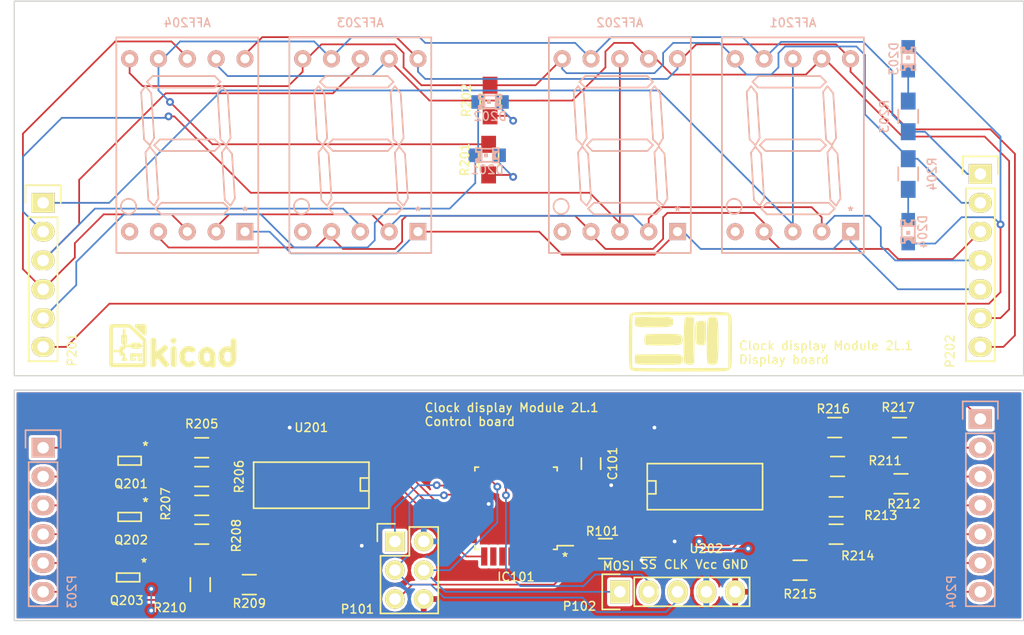
<source format=kicad_pcb>
(kicad_pcb (version 4) (host pcbnew 0.201506222247+5806~23~ubuntu14.04.1-product)
  (title_block (title "Clock Display Module") (rev 4L.2))
  (layers (0 F.Cu signal) (31 B.Cu signal) (34 B.Paste user) (35 F.Paste user) (36 B.SilkS user) (37 F.SilkS user) (38 B.Mask user) (39 F.Mask user) (44 Edge.Cuts user))
  (net 0 "")
  (net 1 "/Display Driver/Seg_E")
  (net 2 "/Display Driver/Seg_D")
  (net 3 D_Dig_0)
  (net 4 "/Display Driver/Seg_C")
  (net 5 "/Display Driver/Seg_B")
  (net 6 "/Display Driver/Seg_A")
  (net 7 "/Display Driver/Seg_F")
  (net 8 "/Display Driver/Seg_G")
  (net 9 D_Dig_1)
  (net 10 D_Dig_2)
  (net 11 D_Dig_3)
  (net 12 VCC)
  (net 13 GND)
  (net 14 "Net-(D201-Pad2)")
  (net 15 D_Colon)
  (net 16 "Net-(D202-Pad2)")
  (net 17 "Net-(D203-Pad2)")
  (net 18 D_Signal)
  (net 19 "Net-(D204-Pad2)")
  (net 20 Reset)
  (net 21 A)
  (net 22 B)
  (net 23 C)
  (net 24 D)
  (net 25 ~SS)
  (net 26 MOSI)
  (net 27 CLK)
  (net 28 A0)
  (net 29 A1)
  (net 30 A2)
  (net 31 C_Dig_0)
  (net 32 C_Dig_1)
  (net 33 C_Dig_2)
  (net 34 C_Dig_3)
  (net 35 C_Colon)
  (net 36 C_Signal)
  (net 37 "Net-(Q201-Pad2)")
  (net 38 "Net-(Q201-Pad5)")
  (net 39 "Net-(Q202-Pad2)")
  (net 40 "Net-(Q202-Pad5)")
  (net 41 "Net-(Q203-Pad2)")
  (net 42 "Net-(Q203-Pad5)")
  (net 43 "Net-(R205-Pad2)")
  (net 44 "Net-(R206-Pad2)")
  (net 45 "Net-(R207-Pad2)")
  (net 46 "Net-(R208-Pad2)")
  (net 47 "Net-(R209-Pad2)")
  (net 48 "Net-(R210-Pad2)")
  (net 49 "Net-(R211-Pad2)")
  (net 50 "Net-(R212-Pad2)")
  (net 51 "Net-(R213-Pad2)")
  (net 52 "Net-(R214-Pad2)")
  (net 53 "Net-(R215-Pad2)")
  (net 54 "Net-(R216-Pad2)")
  (net 55 "Net-(R217-Pad2)")
  (net 56 "/Display Driver/C_Seg_A")
  (net 57 "/Display Driver/C_Seg_B")
  (net 58 "/Display Driver/C_Seg_C")
  (net 59 "/Display Driver/C_Seg_D")
  (net 60 "/Display Driver/C_Seg_E")
  (net 61 "/Display Driver/C_Seg_F")
  (net 62 "/Display Driver/C_Seg_G")
  (net 63 MISO)
  (module ClockFootprints:161_163_Series (layer B.Cu) (at 185.42 55.88 180)
    (fp_text reference AFF201 (at 0 10.795 180) (layer B.SilkS) (effects (font (size 0.762 0.762) (thickness 0.127)) (justify mirror)))
    (fp_text value NKR161B)
    (fp_text user * (at -5.08 -5.842 180) (layer B.SilkS) (effects (font (size 0.762 0.762) (thickness 0.127)) (justify mirror)))
    (pad 1 thru_hole rect (at -5.08 -7.62 180) (size 1.5 1.5) (drill 0.8) (layers *.Cu *.Mask B.SilkS) (net 1 "/Display Driver/Seg_E"))
    (pad 2 thru_hole circle (at -2.54 -7.62 180) (size 1.5 1.5) (drill 0.8) (layers *.Cu *.Mask B.SilkS) (net 2 "/Display Driver/Seg_D"))
    (pad 3 thru_hole circle (at 0 -7.62 180) (size 1.5 1.5) (drill 0.8) (layers *.Cu *.Mask B.SilkS) (net 3 D_Dig_0))
    (pad 4 thru_hole circle (at 2.54 -7.62 180) (size 1.5 1.5) (drill 0.8) (layers *.Cu *.Mask B.SilkS) (net 4 "/Display Driver/Seg_C"))
    (pad 5 thru_hole circle (at 5.08 -7.62 180) (size 1.5 1.5) (drill 0.8) (layers *.Cu *.Mask B.SilkS))
    (pad 6 thru_hole circle (at 5.08 7.62 180) (size 1.5 1.5) (drill 0.8) (layers *.Cu *.Mask B.SilkS) (net 5 "/Display Driver/Seg_B"))
    (pad 7 thru_hole circle (at 2.54 7.62 180) (size 1.5 1.5) (drill 0.8) (layers *.Cu *.Mask B.SilkS) (net 6 "/Display Driver/Seg_A"))
    (pad 8 thru_hole circle (at 0 7.62 180) (size 1.5 1.5) (drill 0.8) (layers *.Cu *.Mask B.SilkS) (net 3 D_Dig_0))
    (pad 9 thru_hole circle (at -2.54 7.62 180) (size 1.5 1.5) (drill 0.8) (layers *.Cu *.Mask B.SilkS) (net 7 "/Display Driver/Seg_F"))
    (pad 10 thru_hole circle (at -5.08 7.62 180) (size 1.5 1.5) (drill 0.8) (layers *.Cu *.Mask B.SilkS) (net 8 "/Display Driver/Seg_G"))
  )
  (module ClockFootprints:161_163_Series (layer B.Cu) (at 170.18 55.88 180)
    (fp_text reference AFF202 (at 0 10.795 180) (layer B.SilkS) (effects (font (size 0.762 0.762) (thickness 0.127)) (justify mirror)))
    (fp_text value NKR161B)
    (fp_text user * (at -5.08 -5.842 180) (layer B.SilkS) (effects (font (size 0.762 0.762) (thickness 0.127)) (justify mirror)))
    (pad 1 thru_hole rect (at -5.08 -7.62 180) (size 1.5 1.5) (drill 0.8) (layers *.Cu *.Mask B.SilkS) (net 1 "/Display Driver/Seg_E"))
    (pad 2 thru_hole circle (at -2.54 -7.62 180) (size 1.5 1.5) (drill 0.8) (layers *.Cu *.Mask B.SilkS) (net 2 "/Display Driver/Seg_D"))
    (pad 3 thru_hole circle (at 0 -7.62 180) (size 1.5 1.5) (drill 0.8) (layers *.Cu *.Mask B.SilkS) (net 9 D_Dig_1))
    (pad 4 thru_hole circle (at 2.54 -7.62 180) (size 1.5 1.5) (drill 0.8) (layers *.Cu *.Mask B.SilkS) (net 4 "/Display Driver/Seg_C"))
    (pad 5 thru_hole circle (at 5.08 -7.62 180) (size 1.5 1.5) (drill 0.8) (layers *.Cu *.Mask B.SilkS))
    (pad 6 thru_hole circle (at 5.08 7.62 180) (size 1.5 1.5) (drill 0.8) (layers *.Cu *.Mask B.SilkS) (net 5 "/Display Driver/Seg_B"))
    (pad 7 thru_hole circle (at 2.54 7.62 180) (size 1.5 1.5) (drill 0.8) (layers *.Cu *.Mask B.SilkS) (net 6 "/Display Driver/Seg_A"))
    (pad 8 thru_hole circle (at 0 7.62 180) (size 1.5 1.5) (drill 0.8) (layers *.Cu *.Mask B.SilkS) (net 9 D_Dig_1))
    (pad 9 thru_hole circle (at -2.54 7.62 180) (size 1.5 1.5) (drill 0.8) (layers *.Cu *.Mask B.SilkS) (net 7 "/Display Driver/Seg_F"))
    (pad 10 thru_hole circle (at -5.08 7.62 180) (size 1.5 1.5) (drill 0.8) (layers *.Cu *.Mask B.SilkS) (net 8 "/Display Driver/Seg_G"))
  )
  (module ClockFootprints:161_163_Series (layer B.Cu) (at 147.32 55.88 180)
    (fp_text reference AFF203 (at 0 10.795 180) (layer B.SilkS) (effects (font (size 0.762 0.762) (thickness 0.127)) (justify mirror)))
    (fp_text value NKR161B)
    (fp_text user * (at -5.08 -5.842 180) (layer B.SilkS) (effects (font (size 0.762 0.762) (thickness 0.127)) (justify mirror)))
    (pad 1 thru_hole rect (at -5.08 -7.62 180) (size 1.5 1.5) (drill 0.8) (layers *.Cu *.Mask B.SilkS) (net 1 "/Display Driver/Seg_E"))
    (pad 2 thru_hole circle (at -2.54 -7.62 180) (size 1.5 1.5) (drill 0.8) (layers *.Cu *.Mask B.SilkS) (net 2 "/Display Driver/Seg_D"))
    (pad 3 thru_hole circle (at 0 -7.62 180) (size 1.5 1.5) (drill 0.8) (layers *.Cu *.Mask B.SilkS) (net 10 D_Dig_2))
    (pad 4 thru_hole circle (at 2.54 -7.62 180) (size 1.5 1.5) (drill 0.8) (layers *.Cu *.Mask B.SilkS) (net 4 "/Display Driver/Seg_C"))
    (pad 5 thru_hole circle (at 5.08 -7.62 180) (size 1.5 1.5) (drill 0.8) (layers *.Cu *.Mask B.SilkS))
    (pad 6 thru_hole circle (at 5.08 7.62 180) (size 1.5 1.5) (drill 0.8) (layers *.Cu *.Mask B.SilkS) (net 5 "/Display Driver/Seg_B"))
    (pad 7 thru_hole circle (at 2.54 7.62 180) (size 1.5 1.5) (drill 0.8) (layers *.Cu *.Mask B.SilkS) (net 6 "/Display Driver/Seg_A"))
    (pad 8 thru_hole circle (at 0 7.62 180) (size 1.5 1.5) (drill 0.8) (layers *.Cu *.Mask B.SilkS) (net 10 D_Dig_2))
    (pad 9 thru_hole circle (at -2.54 7.62 180) (size 1.5 1.5) (drill 0.8) (layers *.Cu *.Mask B.SilkS) (net 7 "/Display Driver/Seg_F"))
    (pad 10 thru_hole circle (at -5.08 7.62 180) (size 1.5 1.5) (drill 0.8) (layers *.Cu *.Mask B.SilkS) (net 8 "/Display Driver/Seg_G"))
  )
  (module ClockFootprints:161_163_Series (layer B.Cu) (at 132.08 55.88 180)
    (fp_text reference AFF204 (at 0 10.795 180) (layer B.SilkS) (effects (font (size 0.762 0.762) (thickness 0.127)) (justify mirror)))
    (fp_text value NKR161B)
    (fp_text user * (at -5.08 -5.842 180) (layer B.SilkS) (effects (font (size 0.762 0.762) (thickness 0.127)) (justify mirror)))
    (pad 1 thru_hole rect (at -5.08 -7.62 180) (size 1.5 1.5) (drill 0.8) (layers *.Cu *.Mask B.SilkS) (net 1 "/Display Driver/Seg_E"))
    (pad 2 thru_hole circle (at -2.54 -7.62 180) (size 1.5 1.5) (drill 0.8) (layers *.Cu *.Mask B.SilkS) (net 2 "/Display Driver/Seg_D"))
    (pad 3 thru_hole circle (at 0 -7.62 180) (size 1.5 1.5) (drill 0.8) (layers *.Cu *.Mask B.SilkS) (net 11 D_Dig_3))
    (pad 4 thru_hole circle (at 2.54 -7.62 180) (size 1.5 1.5) (drill 0.8) (layers *.Cu *.Mask B.SilkS) (net 4 "/Display Driver/Seg_C"))
    (pad 5 thru_hole circle (at 5.08 -7.62 180) (size 1.5 1.5) (drill 0.8) (layers *.Cu *.Mask B.SilkS))
    (pad 6 thru_hole circle (at 5.08 7.62 180) (size 1.5 1.5) (drill 0.8) (layers *.Cu *.Mask B.SilkS) (net 5 "/Display Driver/Seg_B"))
    (pad 7 thru_hole circle (at 2.54 7.62 180) (size 1.5 1.5) (drill 0.8) (layers *.Cu *.Mask B.SilkS) (net 6 "/Display Driver/Seg_A"))
    (pad 8 thru_hole circle (at 0 7.62 180) (size 1.5 1.5) (drill 0.8) (layers *.Cu *.Mask B.SilkS) (net 11 D_Dig_3))
    (pad 9 thru_hole circle (at -2.54 7.62 180) (size 1.5 1.5) (drill 0.8) (layers *.Cu *.Mask B.SilkS) (net 7 "/Display Driver/Seg_F"))
    (pad 10 thru_hole circle (at -5.08 7.62 180) (size 1.5 1.5) (drill 0.8) (layers *.Cu *.Mask B.SilkS) (net 8 "/Display Driver/Seg_G"))
  )
  (module Capacitors_SMD:C_0805_HandSoldering (layer F.Cu) (at 167.64 83.947 90)
    (fp_text reference C101 (at 0 1.905 90) (layer F.SilkS) (effects (font (size 0.762 0.762) (thickness 0.127))))
    (fp_text value 0.1u)
    (pad 1 smd rect (at -1.25 0 90) (size 1.5 1.25) (layers F.Cu F.Paste F.Mask) (net 12 VCC))
    (pad 2 smd rect (at 1.25 0 90) (size 1.5 1.25) (layers F.Cu F.Paste F.Mask) (net 13 GND))
  )
  (module LEDs:LED-0805 (layer B.Cu) (at 158.496 56.769)
    (fp_text reference D201 (at 0 1.27) (layer B.SilkS) (effects (font (size 0.762 0.762) (thickness 0.127)) (justify mirror)))
    (fp_text value Colon1)
    (pad 2 smd rect (at 1.04902 0 180) (size 1.19888 1.19888) (layers B.Cu B.Paste B.Mask) (net 14 "Net-(D201-Pad2)"))
    (pad 1 smd rect (at -1.04902 0 180) (size 1.19888 1.19888) (layers B.Cu B.Paste B.Mask) (net 15 D_Colon))
  )
  (module LEDs:LED-0805 (layer B.Cu) (at 158.75 52.07)
    (fp_text reference D202 (at 0 1.27) (layer B.SilkS) (effects (font (size 0.762 0.762) (thickness 0.127)) (justify mirror)))
    (fp_text value Colon2)
    (pad 2 smd rect (at 1.04902 0 180) (size 1.19888 1.19888) (layers B.Cu B.Paste B.Mask) (net 16 "Net-(D202-Pad2)"))
    (pad 1 smd rect (at -1.04902 0 180) (size 1.19888 1.19888) (layers B.Cu B.Paste B.Mask) (net 15 D_Colon))
  )
  (module LEDs:LED-0805 (layer B.Cu) (at 195.58 48.26 270)
    (fp_text reference D203 (at 0 1.27 270) (layer B.SilkS) (effects (font (size 0.762 0.762) (thickness 0.127)) (justify mirror)))
    (fp_text value Alarm)
    (pad 2 smd rect (at 1.04902 0 90) (size 1.19888 1.19888) (layers B.Cu B.Paste B.Mask) (net 17 "Net-(D203-Pad2)"))
    (pad 1 smd rect (at -1.04902 0 90) (size 1.19888 1.19888) (layers B.Cu B.Paste B.Mask) (net 18 D_Signal))
  )
  (module LEDs:LED-0805 (layer B.Cu) (at 195.58 63.5 90)
    (fp_text reference D204 (at 0 1.27 90) (layer B.SilkS) (effects (font (size 0.762 0.762) (thickness 0.127)) (justify mirror)))
    (fp_text value Auto)
    (pad 2 smd rect (at 1.04902 0 270) (size 1.19888 1.19888) (layers B.Cu B.Paste B.Mask) (net 19 "Net-(D204-Pad2)"))
    (pad 1 smd rect (at -1.04902 0 270) (size 1.19888 1.19888) (layers B.Cu B.Paste B.Mask) (net 18 D_Signal))
  )
  (module Housings_QFP:TQFP-32_7x7mm_Pitch0.8mm (layer F.Cu) (at 161.036 87.884 180)
    (fp_text reference IC101 (at 0 -6.05 180) (layer F.SilkS) (effects (font (size 0.762 0.762) (thickness 0.127))))
    (fp_text value ATMEGA8-P)
    (pad 1 smd rect (at -4.25 -2.8 180) (size 1.6 0.55) (layers F.Cu F.Paste F.Mask) (net 20 Reset))
    (pad 2 smd rect (at -4.25 -2 180) (size 1.6 0.55) (layers F.Cu F.Paste F.Mask) (net 21 A))
    (pad 3 smd rect (at -4.25 -1.2 180) (size 1.6 0.55) (layers F.Cu F.Paste F.Mask) (net 22 B))
    (pad 4 smd rect (at -4.25 -0.4 180) (size 1.6 0.55) (layers F.Cu F.Paste F.Mask) (net 23 C))
    (pad 5 smd rect (at -4.25 0.4 180) (size 1.6 0.55) (layers F.Cu F.Paste F.Mask) (net 24 D))
    (pad 6 smd rect (at -4.25 1.2 180) (size 1.6 0.55) (layers F.Cu F.Paste F.Mask))
    (pad 7 smd rect (at -4.25 2 180) (size 1.6 0.55) (layers F.Cu F.Paste F.Mask) (net 12 VCC))
    (pad 8 smd rect (at -4.25 2.8 180) (size 1.6 0.55) (layers F.Cu F.Paste F.Mask) (net 13 GND))
    (pad 9 smd rect (at -2.8 4.25 270) (size 1.6 0.55) (layers F.Cu F.Paste F.Mask))
    (pad 10 smd rect (at -2 4.25 270) (size 1.6 0.55) (layers F.Cu F.Paste F.Mask))
    (pad 11 smd rect (at -1.2 4.25 270) (size 1.6 0.55) (layers F.Cu F.Paste F.Mask))
    (pad 12 smd rect (at -0.4 4.25 270) (size 1.6 0.55) (layers F.Cu F.Paste F.Mask))
    (pad 13 smd rect (at 0.4 4.25 270) (size 1.6 0.55) (layers F.Cu F.Paste F.Mask))
    (pad 14 smd rect (at 1.2 4.25 270) (size 1.6 0.55) (layers F.Cu F.Paste F.Mask))
    (pad 15 smd rect (at 2 4.25 270) (size 1.6 0.55) (layers F.Cu F.Paste F.Mask))
    (pad 16 smd rect (at 2.8 4.25 270) (size 1.6 0.55) (layers F.Cu F.Paste F.Mask) (net 25 ~SS))
    (pad 17 smd rect (at 4.25 2.8 180) (size 1.6 0.55) (layers F.Cu F.Paste F.Mask) (net 26 MOSI))
    (pad 18 smd rect (at 4.25 2 180) (size 1.6 0.55) (layers F.Cu F.Paste F.Mask) (net 63 MISO))
    (pad 19 smd rect (at 4.25 1.2 180) (size 1.6 0.55) (layers F.Cu F.Paste F.Mask) (net 27 CLK))
    (pad 20 smd rect (at 4.25 0.4 180) (size 1.6 0.55) (layers F.Cu F.Paste F.Mask) (net 12 VCC))
    (pad 21 smd rect (at 4.25 -0.4 180) (size 1.6 0.55) (layers F.Cu F.Paste F.Mask))
    (pad 22 smd rect (at 4.25 -1.2 180) (size 1.6 0.55) (layers F.Cu F.Paste F.Mask) (net 13 GND))
    (pad 23 smd rect (at 4.25 -2 180) (size 1.6 0.55) (layers F.Cu F.Paste F.Mask) (net 28 A0))
    (pad 24 smd rect (at 4.25 -2.8 180) (size 1.6 0.55) (layers F.Cu F.Paste F.Mask) (net 29 A1))
    (pad 25 smd rect (at 2.8 -4.25 270) (size 1.6 0.55) (layers F.Cu F.Paste F.Mask) (net 30 A2))
    (pad 26 smd rect (at 2 -4.25 270) (size 1.6 0.55) (layers F.Cu F.Paste F.Mask))
    (pad 27 smd rect (at 1.2 -4.25 270) (size 1.6 0.55) (layers F.Cu F.Paste F.Mask))
    (pad 28 smd rect (at 0.4 -4.25 270) (size 1.6 0.55) (layers F.Cu F.Paste F.Mask))
    (pad 29 smd rect (at -0.4 -4.25 270) (size 1.6 0.55) (layers F.Cu F.Paste F.Mask))
    (pad 30 smd rect (at -1.2 -4.25 270) (size 1.6 0.55) (layers F.Cu F.Paste F.Mask))
    (pad 31 smd rect (at -2 -4.25 270) (size 1.6 0.55) (layers F.Cu F.Paste F.Mask))
    (pad 32 smd rect (at -2.8 -4.25 270) (size 1.6 0.55) (layers F.Cu F.Paste F.Mask))
  )
  (module Pin_Headers:Pin_Header_Straight_1x06 (layer B.Cu) (at 119.38 82.55 180)
    (fp_text reference P203 (at -2.54 -12.7 270) (layer B.SilkS) (effects (font (size 0.762 0.762) (thickness 0.127)) (justify mirror)))
    (fp_text value CONN_01X06)
    (pad 1 thru_hole rect (at 0 0 180) (size 2.032 1.7272) (drill 1.016) (layers *.Cu *.Mask B.SilkS) (net 31 C_Dig_0))
    (pad 2 thru_hole oval (at 0 -2.54 180) (size 2.032 1.7272) (drill 1.016) (layers *.Cu *.Mask B.SilkS) (net 32 C_Dig_1))
    (pad 3 thru_hole oval (at 0 -5.08 180) (size 2.032 1.7272) (drill 1.016) (layers *.Cu *.Mask B.SilkS) (net 33 C_Dig_2))
    (pad 4 thru_hole oval (at 0 -7.62 180) (size 2.032 1.7272) (drill 1.016) (layers *.Cu *.Mask B.SilkS) (net 34 C_Dig_3))
    (pad 5 thru_hole oval (at 0 -10.16 180) (size 2.032 1.7272) (drill 1.016) (layers *.Cu *.Mask B.SilkS) (net 35 C_Colon))
    (pad 6 thru_hole oval (at 0 -12.7 180) (size 2.032 1.7272) (drill 1.016) (layers *.Cu *.Mask B.SilkS) (net 36 C_Signal))
  )
  (module Pin_Headers:Pin_Header_Straight_1x07 (layer B.Cu) (at 201.93 80.01 180)
    (fp_text reference P204 (at 2.54 -15.24 270) (layer B.SilkS) (effects (font (size 0.762 0.762) (thickness 0.127)) (justify mirror)))
    (fp_text value CONN_01X07)
    (pad 1 thru_hole rect (at 0 0 180) (size 2.032 1.7272) (drill 1.016) (layers *.Cu *.Mask B.SilkS) (net 61 "/Display Driver/C_Seg_F"))
    (pad 2 thru_hole oval (at 0 -2.54 180) (size 2.032 1.7272) (drill 1.016) (layers *.Cu *.Mask B.SilkS) (net 62 "/Display Driver/C_Seg_G"))
    (pad 3 thru_hole oval (at 0 -5.08 180) (size 2.032 1.7272) (drill 1.016) (layers *.Cu *.Mask B.SilkS) (net 56 "/Display Driver/C_Seg_A"))
    (pad 4 thru_hole oval (at 0 -7.62 180) (size 2.032 1.7272) (drill 1.016) (layers *.Cu *.Mask B.SilkS) (net 57 "/Display Driver/C_Seg_B"))
    (pad 5 thru_hole oval (at 0 -10.16 180) (size 2.032 1.7272) (drill 1.016) (layers *.Cu *.Mask B.SilkS) (net 58 "/Display Driver/C_Seg_C"))
    (pad 6 thru_hole oval (at 0 -12.7 180) (size 2.032 1.7272) (drill 1.016) (layers *.Cu *.Mask B.SilkS) (net 59 "/Display Driver/C_Seg_D"))
    (pad 7 thru_hole oval (at 0 -15.24 180) (size 2.032 1.7272) (drill 1.016) (layers *.Cu *.Mask B.SilkS) (net 60 "/Display Driver/C_Seg_E"))
  )
  (module ClockFootprints:SOT-363 (layer F.Cu) (at 127 83.693 180)
    (fp_text reference Q201 (at -0.127 -2.032 180) (layer F.SilkS) (effects (font (size 0.762 0.762) (thickness 0.127))))
    (fp_text value BC856BS hide)
    (fp_text user * (at -1.397 1.27 180) (layer F.SilkS) (effects (font (size 0.762 0.762) (thickness 0.127))))
    (pad 2 smd rect (at 0 0.8375 180) (size 0.3 0.525) (layers F.Cu F.Paste F.Mask) (net 37 "Net-(Q201-Pad2)"))
    (pad 5 smd rect (at 0 -0.8375 180) (size 0.3 0.525) (layers F.Cu F.Paste F.Mask) (net 38 "Net-(Q201-Pad5)"))
    (pad 6 smd rect (at -0.65 -0.8375 180) (size 0.3 0.525) (layers F.Cu F.Paste F.Mask) (net 13 GND))
    (pad 4 smd rect (at 0.65 -0.8375 180) (size 0.3 0.525) (layers F.Cu F.Paste F.Mask) (net 32 C_Dig_1))
    (pad 3 smd rect (at 0.65 0.8375 180) (size 0.3 0.525) (layers F.Cu F.Paste F.Mask) (net 13 GND))
    (pad 1 smd rect (at -0.65 0.8375 180) (size 0.3 0.525) (layers F.Cu F.Paste F.Mask) (net 31 C_Dig_0))
  )
  (module ClockFootprints:SOT-363 (layer F.Cu) (at 127 88.646 180)
    (fp_text reference Q202 (at -0.127 -2.032 180) (layer F.SilkS) (effects (font (size 0.762 0.762) (thickness 0.127))))
    (fp_text value BC856BS hide)
    (fp_text user * (at -1.397 1.27 180) (layer F.SilkS) (effects (font (size 0.762 0.762) (thickness 0.127))))
    (pad 2 smd rect (at 0 0.8375 180) (size 0.3 0.525) (layers F.Cu F.Paste F.Mask) (net 39 "Net-(Q202-Pad2)"))
    (pad 5 smd rect (at 0 -0.8375 180) (size 0.3 0.525) (layers F.Cu F.Paste F.Mask) (net 40 "Net-(Q202-Pad5)"))
    (pad 6 smd rect (at -0.65 -0.8375 180) (size 0.3 0.525) (layers F.Cu F.Paste F.Mask) (net 13 GND))
    (pad 4 smd rect (at 0.65 -0.8375 180) (size 0.3 0.525) (layers F.Cu F.Paste F.Mask) (net 34 C_Dig_3))
    (pad 3 smd rect (at 0.65 0.8375 180) (size 0.3 0.525) (layers F.Cu F.Paste F.Mask) (net 13 GND))
    (pad 1 smd rect (at -0.65 0.8375 180) (size 0.3 0.525) (layers F.Cu F.Paste F.Mask) (net 33 C_Dig_2))
  )
  (module ClockFootprints:SOT-363 (layer F.Cu) (at 126.873 93.98 180)
    (fp_text reference Q203 (at 0.127 -2.032 180) (layer F.SilkS) (effects (font (size 0.762 0.762) (thickness 0.127))))
    (fp_text value BC856BS hide)
    (fp_text user * (at -1.397 1.27 180) (layer F.SilkS) (effects (font (size 0.762 0.762) (thickness 0.127))))
    (pad 2 smd rect (at 0 0.8375 180) (size 0.3 0.525) (layers F.Cu F.Paste F.Mask) (net 41 "Net-(Q203-Pad2)"))
    (pad 5 smd rect (at 0 -0.8375 180) (size 0.3 0.525) (layers F.Cu F.Paste F.Mask) (net 42 "Net-(Q203-Pad5)"))
    (pad 6 smd rect (at -0.65 -0.8375 180) (size 0.3 0.525) (layers F.Cu F.Paste F.Mask) (net 13 GND))
    (pad 4 smd rect (at 0.65 -0.8375 180) (size 0.3 0.525) (layers F.Cu F.Paste F.Mask) (net 36 C_Signal))
    (pad 3 smd rect (at 0.65 0.8375 180) (size 0.3 0.525) (layers F.Cu F.Paste F.Mask) (net 13 GND))
    (pad 1 smd rect (at -0.65 0.8375 180) (size 0.3 0.525) (layers F.Cu F.Paste F.Mask) (net 35 C_Colon))
  )
  (module Resistors_SMD:R_0805_HandSoldering (layer F.Cu) (at 168.91 91.44 180)
    (fp_text reference R101 (at 0.254 1.524 180) (layer F.SilkS) (effects (font (size 0.762 0.762) (thickness 0.127))))
    (fp_text value 10K)
    (pad 1 smd rect (at -1.35 0 180) (size 1.5 1.3) (layers F.Cu F.Paste F.Mask) (net 12 VCC))
    (pad 2 smd rect (at 1.35 0 180) (size 1.5 1.3) (layers F.Cu F.Paste F.Mask) (net 20 Reset))
  )
  (module Resistors_SMD:R_0805_HandSoldering (layer F.Cu) (at 158.623 57.15 90)
    (fp_text reference R201 (at 0 -2.1 90) (layer F.SilkS) (effects (font (size 0.762 0.762) (thickness 0.127))))
    (fp_text value 0)
    (pad 1 smd rect (at -1.35 0 90) (size 1.5 1.3) (layers F.Cu F.Paste F.Mask) (net 14 "Net-(D201-Pad2)"))
    (pad 2 smd rect (at 1.35 0 90) (size 1.5 1.3) (layers F.Cu F.Paste F.Mask) (net 6 "/Display Driver/Seg_A"))
  )
  (module Resistors_SMD:R_0805_HandSoldering (layer F.Cu) (at 158.75 51.943 90)
    (fp_text reference R202 (at 0 -2.1 90) (layer F.SilkS) (effects (font (size 0.762 0.762) (thickness 0.127))))
    (fp_text value 0)
    (pad 1 smd rect (at -1.35 0 90) (size 1.5 1.3) (layers F.Cu F.Paste F.Mask) (net 16 "Net-(D202-Pad2)"))
    (pad 2 smd rect (at 1.35 0 90) (size 1.5 1.3) (layers F.Cu F.Paste F.Mask) (net 5 "/Display Driver/Seg_B"))
  )
  (module Resistors_SMD:R_0805_HandSoldering (layer B.Cu) (at 195.58 53.34 270)
    (fp_text reference R203 (at 0 2.1 270) (layer B.SilkS) (effects (font (size 0.762 0.762) (thickness 0.127)) (justify mirror)))
    (fp_text value 0)
    (pad 1 smd rect (at -1.35 0 270) (size 1.5 1.3) (layers B.Cu B.Paste B.Mask) (net 17 "Net-(D203-Pad2)"))
    (pad 2 smd rect (at 1.35 0 270) (size 1.5 1.3) (layers B.Cu B.Paste B.Mask) (net 6 "/Display Driver/Seg_A"))
  )
  (module Resistors_SMD:R_0805_HandSoldering (layer B.Cu) (at 195.58 58.42 90)
    (fp_text reference R204 (at 0 2.1 90) (layer B.SilkS) (effects (font (size 0.762 0.762) (thickness 0.127)) (justify mirror)))
    (fp_text value 0)
    (pad 1 smd rect (at -1.35 0 90) (size 1.5 1.3) (layers B.Cu B.Paste B.Mask) (net 19 "Net-(D204-Pad2)"))
    (pad 2 smd rect (at 1.35 0 90) (size 1.5 1.3) (layers B.Cu B.Paste B.Mask) (net 5 "/Display Driver/Seg_B"))
  )
  (module Resistors_SMD:R_0805_HandSoldering (layer F.Cu) (at 133.35 82.55)
    (fp_text reference R205 (at 0 -2.1) (layer F.SilkS) (effects (font (size 0.762 0.762) (thickness 0.127))))
    (fp_text value 500)
    (pad 1 smd rect (at -1.35 0) (size 1.5 1.3) (layers F.Cu F.Paste F.Mask) (net 37 "Net-(Q201-Pad2)"))
    (pad 2 smd rect (at 1.35 0) (size 1.5 1.3) (layers F.Cu F.Paste F.Mask) (net 43 "Net-(R205-Pad2)"))
  )
  (module Resistors_SMD:R_0805_HandSoldering (layer F.Cu) (at 133.35 85.09)
    (fp_text reference R206 (at 3.302 0 90) (layer F.SilkS) (effects (font (size 0.762 0.762) (thickness 0.127))))
    (fp_text value 500)
    (pad 1 smd rect (at -1.35 0) (size 1.5 1.3) (layers F.Cu F.Paste F.Mask) (net 38 "Net-(Q201-Pad5)"))
    (pad 2 smd rect (at 1.35 0) (size 1.5 1.3) (layers F.Cu F.Paste F.Mask) (net 44 "Net-(R206-Pad2)"))
  )
  (module Resistors_SMD:R_0805_HandSoldering (layer F.Cu) (at 133.35 87.63)
    (fp_text reference R207 (at -3.175 -0.127 90) (layer F.SilkS) (effects (font (size 0.762 0.762) (thickness 0.127))))
    (fp_text value 500)
    (pad 1 smd rect (at -1.35 0) (size 1.5 1.3) (layers F.Cu F.Paste F.Mask) (net 39 "Net-(Q202-Pad2)"))
    (pad 2 smd rect (at 1.35 0) (size 1.5 1.3) (layers F.Cu F.Paste F.Mask) (net 45 "Net-(R207-Pad2)"))
  )
  (module Resistors_SMD:R_0805_HandSoldering (layer F.Cu) (at 133.35 90.17)
    (fp_text reference R208 (at 3.048 0.127 90) (layer F.SilkS) (effects (font (size 0.762 0.762) (thickness 0.127))))
    (fp_text value 500)
    (pad 1 smd rect (at -1.35 0) (size 1.5 1.3) (layers F.Cu F.Paste F.Mask) (net 40 "Net-(Q202-Pad5)"))
    (pad 2 smd rect (at 1.35 0) (size 1.5 1.3) (layers F.Cu F.Paste F.Mask) (net 46 "Net-(R208-Pad2)"))
  )
  (module Resistors_SMD:R_0805_HandSoldering (layer F.Cu) (at 137.541 94.615)
    (fp_text reference R209 (at 0 1.651 180) (layer F.SilkS) (effects (font (size 0.762 0.762) (thickness 0.127))))
    (fp_text value 500)
    (pad 1 smd rect (at -1.35 0) (size 1.5 1.3) (layers F.Cu F.Paste F.Mask) (net 41 "Net-(Q203-Pad2)"))
    (pad 2 smd rect (at 1.35 0) (size 1.5 1.3) (layers F.Cu F.Paste F.Mask) (net 47 "Net-(R209-Pad2)"))
  )
  (module Resistors_SMD:R_0805_HandSoldering (layer F.Cu) (at 133.223 94.615 90)
    (fp_text reference R210 (at -2.032 -2.667 360) (layer F.SilkS) (effects (font (size 0.762 0.762) (thickness 0.127))))
    (fp_text value 500)
    (pad 1 smd rect (at -1.35 0 90) (size 1.5 1.3) (layers F.Cu F.Paste F.Mask) (net 42 "Net-(Q203-Pad5)"))
    (pad 2 smd rect (at 1.35 0 90) (size 1.5 1.3) (layers F.Cu F.Paste F.Mask) (net 48 "Net-(R210-Pad2)"))
  )
  (module Resistors_SMD:R_0805_HandSoldering (layer F.Cu) (at 189.357 84.201 180)
    (fp_text reference R211 (at -4.191 0.508 180) (layer F.SilkS) (effects (font (size 0.762 0.762) (thickness 0.127))))
    (fp_text value 160)
    (pad 1 smd rect (at -1.35 0 180) (size 1.5 1.3) (layers F.Cu F.Paste F.Mask) (net 56 "/Display Driver/C_Seg_A"))
    (pad 2 smd rect (at 1.35 0 180) (size 1.5 1.3) (layers F.Cu F.Paste F.Mask) (net 49 "Net-(R211-Pad2)"))
  )
  (module Resistors_SMD:R_0805_HandSoldering (layer F.Cu) (at 194.945 85.725 180)
    (fp_text reference R212 (at -0.254 -1.778 180) (layer F.SilkS) (effects (font (size 0.762 0.762) (thickness 0.127))))
    (fp_text value 160)
    (pad 1 smd rect (at -1.35 0 180) (size 1.5 1.3) (layers F.Cu F.Paste F.Mask) (net 57 "/Display Driver/C_Seg_B"))
    (pad 2 smd rect (at 1.35 0 180) (size 1.5 1.3) (layers F.Cu F.Paste F.Mask) (net 50 "Net-(R212-Pad2)"))
  )
  (module Resistors_SMD:R_0805_HandSoldering (layer F.Cu) (at 189.23 87.757 180)
    (fp_text reference R213 (at -3.937 -0.762 180) (layer F.SilkS) (effects (font (size 0.762 0.762) (thickness 0.127))))
    (fp_text value 160)
    (pad 1 smd rect (at -1.35 0 180) (size 1.5 1.3) (layers F.Cu F.Paste F.Mask) (net 58 "/Display Driver/C_Seg_C"))
    (pad 2 smd rect (at 1.35 0 180) (size 1.5 1.3) (layers F.Cu F.Paste F.Mask) (net 51 "Net-(R213-Pad2)"))
  )
  (module Resistors_SMD:R_0805_HandSoldering (layer F.Cu) (at 189.23 90.17 180)
    (fp_text reference R214 (at -1.905 -1.905 180) (layer F.SilkS) (effects (font (size 0.762 0.762) (thickness 0.127))))
    (fp_text value 160)
    (pad 1 smd rect (at -1.35 0 180) (size 1.5 1.3) (layers F.Cu F.Paste F.Mask) (net 59 "/Display Driver/C_Seg_D"))
    (pad 2 smd rect (at 1.35 0 180) (size 1.5 1.3) (layers F.Cu F.Paste F.Mask) (net 52 "Net-(R214-Pad2)"))
  )
  (module Resistors_SMD:R_0805_HandSoldering (layer F.Cu) (at 186.055 93.345 180)
    (fp_text reference R215 (at 0 -2.1 180) (layer F.SilkS) (effects (font (size 0.762 0.762) (thickness 0.127))))
    (fp_text value 160)
    (pad 1 smd rect (at -1.35 0 180) (size 1.5 1.3) (layers F.Cu F.Paste F.Mask) (net 60 "/Display Driver/C_Seg_E"))
    (pad 2 smd rect (at 1.35 0 180) (size 1.5 1.3) (layers F.Cu F.Paste F.Mask) (net 53 "Net-(R215-Pad2)"))
  )
  (module Resistors_SMD:R_0805_HandSoldering (layer F.Cu) (at 189.103 80.772 180)
    (fp_text reference R216 (at 0.127 1.651 180) (layer F.SilkS) (effects (font (size 0.762 0.762) (thickness 0.127))))
    (fp_text value 160)
    (pad 1 smd rect (at -1.35 0 180) (size 1.5 1.3) (layers F.Cu F.Paste F.Mask) (net 61 "/Display Driver/C_Seg_F"))
    (pad 2 smd rect (at 1.35 0 180) (size 1.5 1.3) (layers F.Cu F.Paste F.Mask) (net 54 "Net-(R216-Pad2)"))
  )
  (module Resistors_SMD:R_0805_HandSoldering (layer F.Cu) (at 194.818 80.772 180)
    (fp_text reference R217 (at 0.127 1.778 180) (layer F.SilkS) (effects (font (size 0.762 0.762) (thickness 0.127))))
    (fp_text value 160)
    (pad 1 smd rect (at -1.35 0 180) (size 1.5 1.3) (layers F.Cu F.Paste F.Mask) (net 62 "/Display Driver/C_Seg_G"))
    (pad 2 smd rect (at 1.35 0 180) (size 1.5 1.3) (layers F.Cu F.Paste F.Mask) (net 55 "Net-(R217-Pad2)"))
  )
  (module ClockFootprints:SOIC-16 (layer F.Cu) (at 142.875 85.852 180)
    (fp_text reference U201 (at -0.127 5.08 360) (layer F.SilkS) (effects (font (size 0.762 0.762) (thickness 0.127))))
    (fp_text value SN74LS138 hide)
    (pad 1 smd rect (at -4.572 3.3 180) (size 0.6 1.6) (layers F.Cu F.Paste F.Mask) (net 28 A0))
    (pad 2 smd rect (at -3.302 3.3 180) (size 0.6 1.6) (layers F.Cu F.Paste F.Mask) (net 29 A1))
    (pad 3 smd rect (at -2.032 3.3 180) (size 0.6 1.6) (layers F.Cu F.Paste F.Mask) (net 30 A2))
    (pad 4 smd rect (at -0.762 3.3 180) (size 0.6 1.6) (layers F.Cu F.Paste F.Mask) (net 13 GND))
    (pad 5 smd rect (at 0.508 3.302 180) (size 0.6 1.6) (layers F.Cu F.Paste F.Mask) (net 13 GND))
    (pad 6 smd rect (at 1.778 3.3 180) (size 0.6 1.5) (layers F.Cu F.Paste F.Mask) (net 12 VCC))
    (pad 7 smd rect (at 3.048 3.3 180) (size 0.6 1.6) (layers F.Cu F.Paste F.Mask))
    (pad 8 smd rect (at 4.318 3.3 180) (size 0.6 1.6) (layers F.Cu F.Paste F.Mask) (net 13 GND))
    (pad 9 smd rect (at 4.318 -3.3 180) (size 0.6 1.6) (layers F.Cu F.Paste F.Mask))
    (pad 10 smd rect (at 3.048 -3.3 180) (size 0.6 1.6) (layers F.Cu F.Paste F.Mask) (net 48 "Net-(R210-Pad2)"))
    (pad 11 smd rect (at 1.778 -3.3 180) (size 0.6 1.6) (layers F.Cu F.Paste F.Mask) (net 47 "Net-(R209-Pad2)"))
    (pad 12 smd rect (at 0.508 -3.3 180) (size 0.6 1.6) (layers F.Cu F.Paste F.Mask) (net 46 "Net-(R208-Pad2)"))
    (pad 13 smd rect (at -0.762 -3.3 180) (size 0.6 1.6) (layers F.Cu F.Paste F.Mask) (net 45 "Net-(R207-Pad2)"))
    (pad 14 smd rect (at -2.032 -3.3 180) (size 0.6 1.6) (layers F.Cu F.Paste F.Mask) (net 44 "Net-(R206-Pad2)"))
    (pad 15 smd rect (at -3.302 -3.3 180) (size 0.6 1.6) (layers F.Cu F.Paste F.Mask) (net 43 "Net-(R205-Pad2)"))
    (pad 16 smd rect (at -4.572 -3.3 180) (size 0.6 1.6) (layers F.Cu F.Paste F.Mask) (net 12 VCC))
  )
  (module ClockFootprints:SOIC-16 (layer F.Cu) (at 177.8 85.979)
    (fp_text reference U202 (at 0 5.461) (layer F.SilkS) (effects (font (size 0.762 0.762) (thickness 0.127))))
    (fp_text value 74HC4511 hide)
    (pad 1 smd rect (at -4.572 3.3) (size 0.6 1.6) (layers F.Cu F.Paste F.Mask) (net 22 B))
    (pad 2 smd rect (at -3.302 3.3) (size 0.6 1.6) (layers F.Cu F.Paste F.Mask) (net 23 C))
    (pad 3 smd rect (at -2.032 3.3) (size 0.6 1.6) (layers F.Cu F.Paste F.Mask) (net 12 VCC))
    (pad 4 smd rect (at -0.762 3.3) (size 0.6 1.6) (layers F.Cu F.Paste F.Mask) (net 12 VCC))
    (pad 5 smd rect (at 0.508 3.302) (size 0.6 1.6) (layers F.Cu F.Paste F.Mask) (net 13 GND))
    (pad 6 smd rect (at 1.778 3.3) (size 0.6 1.5) (layers F.Cu F.Paste F.Mask) (net 24 D))
    (pad 7 smd rect (at 3.048 3.3) (size 0.6 1.6) (layers F.Cu F.Paste F.Mask) (net 21 A))
    (pad 8 smd rect (at 4.318 3.3) (size 0.6 1.6) (layers F.Cu F.Paste F.Mask) (net 13 GND))
    (pad 9 smd rect (at 4.318 -3.3) (size 0.6 1.6) (layers F.Cu F.Paste F.Mask) (net 53 "Net-(R215-Pad2)"))
    (pad 10 smd rect (at 3.048 -3.3) (size 0.6 1.6) (layers F.Cu F.Paste F.Mask) (net 52 "Net-(R214-Pad2)"))
    (pad 11 smd rect (at 1.778 -3.3) (size 0.6 1.6) (layers F.Cu F.Paste F.Mask) (net 51 "Net-(R213-Pad2)"))
    (pad 12 smd rect (at 0.508 -3.3) (size 0.6 1.6) (layers F.Cu F.Paste F.Mask) (net 50 "Net-(R212-Pad2)"))
    (pad 13 smd rect (at -0.762 -3.3) (size 0.6 1.6) (layers F.Cu F.Paste F.Mask) (net 49 "Net-(R211-Pad2)"))
    (pad 14 smd rect (at -2.032 -3.3) (size 0.6 1.6) (layers F.Cu F.Paste F.Mask) (net 55 "Net-(R217-Pad2)"))
    (pad 15 smd rect (at -3.302 -3.3) (size 0.6 1.6) (layers F.Cu F.Paste F.Mask) (net 54 "Net-(R216-Pad2)"))
    (pad 16 smd rect (at -4.572 -3.3) (size 0.6 1.6) (layers F.Cu F.Paste F.Mask) (net 12 VCC))
  )
  (module Pin_Headers:Pin_Header_Straight_2x03 (layer F.Cu) (at 150.368 90.805)
    (fp_text reference P101 (at -3.302 5.969) (layer F.SilkS) (effects (font (size 0.762 0.762) (thickness 0.127))))
    (fp_text value CONN_02X03)
    (pad 1 thru_hole rect (at 0 0) (size 1.7272 1.7272) (drill 1.016) (layers *.Cu *.Mask F.SilkS) (net 63 MISO))
    (pad 2 thru_hole oval (at 2.54 0) (size 1.7272 1.7272) (drill 1.016) (layers *.Cu *.Mask F.SilkS) (net 12 VCC))
    (pad 3 thru_hole oval (at 0 2.54) (size 1.7272 1.7272) (drill 1.016) (layers *.Cu *.Mask F.SilkS) (net 27 CLK))
    (pad 4 thru_hole oval (at 2.54 2.54) (size 1.7272 1.7272) (drill 1.016) (layers *.Cu *.Mask F.SilkS) (net 26 MOSI))
    (pad 5 thru_hole oval (at 0 5.08) (size 1.7272 1.7272) (drill 1.016) (layers *.Cu *.Mask F.SilkS) (net 20 Reset))
    (pad 6 thru_hole oval (at 2.54 5.08) (size 1.7272 1.7272) (drill 1.016) (layers *.Cu *.Mask F.SilkS) (net 13 GND))
  )
  (module Pin_Headers:Pin_Header_Straight_1x05 (layer F.Cu) (at 170.18 95.25 90)
    (fp_text reference P102 (at -1.27 -3.556 180) (layer F.SilkS) (effects (font (size 0.762 0.762) (thickness 0.127))))
    (fp_text value CONN_01X05)
    (pad 1 thru_hole rect (at 0 0 90) (size 2.032 1.7272) (drill 1.016) (layers *.Cu *.Mask F.SilkS) (net 26 MOSI))
    (pad 2 thru_hole oval (at 0 2.54 90) (size 2.032 1.7272) (drill 1.016) (layers *.Cu *.Mask F.SilkS) (net 25 ~SS))
    (pad 3 thru_hole oval (at 0 5.08 90) (size 2.032 1.7272) (drill 1.016) (layers *.Cu *.Mask F.SilkS) (net 27 CLK))
    (pad 4 thru_hole oval (at 0 7.62 90) (size 2.032 1.7272) (drill 1.016) (layers *.Cu *.Mask F.SilkS) (net 12 VCC))
    (pad 5 thru_hole oval (at 0 10.16 90) (size 2.032 1.7272) (drill 1.016) (layers *.Cu *.Mask F.SilkS) (net 13 GND))
  )
  (module Pin_Headers:Pin_Header_Straight_1x06 (layer F.Cu) (at 119.38 60.96)
    (fp_text reference P201 (at 2.54 12.954 90) (layer F.SilkS) (effects (font (size 0.762 0.762) (thickness 0.127))))
    (fp_text value CONN_01X06)
    (pad 1 thru_hole rect (at 0 0) (size 2.032 1.7272) (drill 1.016) (layers *.Cu *.Mask F.SilkS) (net 3 D_Dig_0))
    (pad 2 thru_hole oval (at 0 2.54) (size 2.032 1.7272) (drill 1.016) (layers *.Cu *.Mask F.SilkS) (net 9 D_Dig_1))
    (pad 3 thru_hole oval (at 0 5.08) (size 2.032 1.7272) (drill 1.016) (layers *.Cu *.Mask F.SilkS) (net 10 D_Dig_2))
    (pad 4 thru_hole oval (at 0 7.62) (size 2.032 1.7272) (drill 1.016) (layers *.Cu *.Mask F.SilkS) (net 11 D_Dig_3))
    (pad 5 thru_hole oval (at 0 10.16) (size 2.032 1.7272) (drill 1.016) (layers *.Cu *.Mask F.SilkS) (net 15 D_Colon))
    (pad 6 thru_hole oval (at 0 12.7) (size 2.032 1.7272) (drill 1.016) (layers *.Cu *.Mask F.SilkS) (net 18 D_Signal))
  )
  (module Pin_Headers:Pin_Header_Straight_1x07 (layer F.Cu) (at 201.93 58.42)
    (fp_text reference P202 (at -2.667 15.621 90) (layer F.SilkS) (effects (font (size 0.762 0.762) (thickness 0.127))))
    (fp_text value CONN_01X07)
    (pad 1 thru_hole rect (at 0 0) (size 2.032 1.7272) (drill 1.016) (layers *.Cu *.Mask F.SilkS) (net 6 "/Display Driver/Seg_A"))
    (pad 2 thru_hole oval (at 0 2.54) (size 2.032 1.7272) (drill 1.016) (layers *.Cu *.Mask F.SilkS) (net 5 "/Display Driver/Seg_B"))
    (pad 3 thru_hole oval (at 0 5.08) (size 2.032 1.7272) (drill 1.016) (layers *.Cu *.Mask F.SilkS) (net 4 "/Display Driver/Seg_C"))
    (pad 4 thru_hole oval (at 0 7.62) (size 2.032 1.7272) (drill 1.016) (layers *.Cu *.Mask F.SilkS) (net 2 "/Display Driver/Seg_D"))
    (pad 5 thru_hole oval (at 0 10.16) (size 2.032 1.7272) (drill 1.016) (layers *.Cu *.Mask F.SilkS) (net 1 "/Display Driver/Seg_E"))
    (pad 6 thru_hole oval (at 0 12.7) (size 2.032 1.7272) (drill 1.016) (layers *.Cu *.Mask F.SilkS) (net 7 "/Display Driver/Seg_F"))
    (pad 7 thru_hole oval (at 0 15.24) (size 2.032 1.7272) (drill 1.016) (layers *.Cu *.Mask F.SilkS) (net 8 "/Display Driver/Seg_G"))
  )
  (module ClockFootprints:kicad_logo (layer F.Cu) (at 130.81 73.533)
    (fp_text reference G*** hide)
    (fp_text value LOGO hide)
  )
  (module ClockFootprints:myLogo_300 (layer F.Cu) (at 175.514 73.152)
    (fp_text reference G*** hide)
    (fp_text value LOGO hide)
  )
  (gr_text "Clock display Module 2L.1\nControl board" (at 152.908 79.629) (layer F.SilkS) (effects (font (size 0.762 0.762) (thickness 0.127)) (justify left)))
  (gr_text "Clock display Module 2L.1\nDisplay board" (at 180.594 74.168) (layer F.SilkS) (effects (font (size 0.762 0.762) (thickness 0.127)) (justify left)))
  (gr_text * (at 165.354 92.202) (layer F.SilkS) (effects (font (size 0.762 0.762) (thickness 0.127))))
  (gr_text GND (at 180.34 92.837) (layer F.SilkS) (effects (font (size 0.762 0.762) (thickness 0.127))))
  (gr_text Vcc (at 177.8 92.837) (layer F.SilkS) (effects (font (size 0.762 0.762) (thickness 0.127))))
  (gr_text CLK (at 175.133 92.837) (layer F.SilkS) (effects (font (size 0.762 0.762) (thickness 0.127))))
  (gr_text ~SS (at 172.72 92.837) (layer F.SilkS) (effects (font (size 0.762 0.762) (thickness 0.127))))
  (gr_text MOSI (at 170.053 92.964) (layer F.SilkS) (effects (font (size 0.762 0.762) (thickness 0.127))))
  (gr_line (start 116.84 97.79) (end 116.84 77.47) (angle 90) (layer Edge.Cuts) (width 0.1))
  (gr_line (start 205.74 97.79) (end 205.74 77.47) (angle 90) (layer Edge.Cuts) (width 0.1))
  (gr_line (start 205.74 97.79) (end 116.84 97.79) (angle 90) (layer Edge.Cuts) (width 0.1))
  (gr_line (start 116.84 77.47) (end 205.74 77.47) (angle 90) (layer Edge.Cuts) (width 0.1))
  (gr_line (start 116.84 43.18) (end 205.74 43.18) (angle 90) (layer Edge.Cuts) (width 0.1))
  (gr_line (start 116.84 76.2) (end 116.84 43.18) (angle 90) (layer Edge.Cuts) (width 0.1))
  (gr_line (start 205.74 76.2) (end 116.84 76.2) (angle 90) (layer Edge.Cuts) (width 0.1))
  (gr_line (start 205.74 43.18) (end 205.74 76.2) (angle 90) (layer Edge.Cuts) (width 0.1))
  (gr_line (start 116.84 43.18) (end 205.74 43.18) (angle 90) (layer Edge.Cuts) (width 0.1))
  (segment (start 137.16 63.5) (end 139.319 63.5) (width 0.1524) (layer B.Cu) (net 1))
  (segment (start 150.495 65.405) (end 152.4 63.5) (width 0.1524) (layer B.Cu) (net 1))
  (segment (start 141.224 65.405) (end 150.495 65.405) (width 0.1524) (layer B.Cu) (net 1))
  (segment (start 139.319 63.5) (end 141.224 65.405) (width 0.1524) (layer B.Cu) (net 1))
  (segment (start 175.26 63.5) (end 175.768 63.5) (width 0.1524) (layer B.Cu) (net 1))
  (segment (start 175.768 63.5) (end 177.292 65.024) (width 0.1524) (layer B.Cu) (net 1))
  (segment (start 188.976 65.024) (end 190.5 63.5) (width 0.1524) (layer B.Cu) (net 1))
  (segment (start 177.292 65.024) (end 188.976 65.024) (width 0.1524) (layer B.Cu) (net 1))
  (segment (start 152.4 63.5) (end 163.068 63.5) (width 0.1524) (layer F.Cu) (net 1))
  (segment (start 163.068 63.5) (end 165.1 65.532) (width 0.1524) (layer F.Cu) (net 1))
  (segment (start 165.1 65.532) (end 173.228 65.532) (width 0.1524) (layer F.Cu) (net 1))
  (segment (start 173.228 65.532) (end 175.26 63.5) (width 0.1524) (layer F.Cu) (net 1))
  (segment (start 137.16 63.5) (end 137.668 63.5) (width 0.1524) (layer B.Cu) (net 1))
  (segment (start 190.5 63.5) (end 190.5 64.4024) (width 0.1524) (layer B.Cu) (net 1))
  (segment (start 190.5 64.4024) (end 194.6776 68.58) (width 0.1524) (layer B.Cu) (net 1))
  (segment (start 194.6776 68.58) (end 200.7616 68.58) (width 0.1524) (layer B.Cu) (net 1))
  (segment (start 200.7616 68.58) (end 201.93 68.58) (width 0.1524) (layer B.Cu) (net 1))
  (segment (start 190.373 63.627) (end 190.5 63.5) (width 0.1524) (layer B.Cu) (net 1))
  (segment (start 187.96 63.5) (end 187.96 63.246) (width 0.1524) (layer B.Cu) (net 2))
  (segment (start 187.96 63.246) (end 189.103 62.103) (width 0.1524) (layer B.Cu) (net 2))
  (segment (start 194.437 66.04) (end 201.93 66.04) (width 0.1524) (layer B.Cu) (net 2))
  (segment (start 193.167 64.77) (end 194.437 66.04) (width 0.1524) (layer B.Cu) (net 2))
  (segment (start 193.167 63.119) (end 193.167 64.77) (width 0.1524) (layer B.Cu) (net 2))
  (segment (start 192.151 62.103) (end 193.167 63.119) (width 0.1524) (layer B.Cu) (net 2))
  (segment (start 189.103 62.103) (end 192.151 62.103) (width 0.1524) (layer B.Cu) (net 2))
  (segment (start 149.86 63.5) (end 149.86 63.119) (width 0.1524) (layer B.Cu) (net 2))
  (segment (start 149.86 63.119) (end 150.876 62.103) (width 0.1524) (layer B.Cu) (net 2))
  (segment (start 171.323 62.103) (end 172.72 63.5) (width 0.1524) (layer B.Cu) (net 2))
  (segment (start 150.876 62.103) (end 171.323 62.103) (width 0.1524) (layer B.Cu) (net 2))
  (segment (start 134.62 63.5) (end 134.62 63.119) (width 0.1524) (layer F.Cu) (net 2))
  (segment (start 134.62 63.119) (end 135.763 61.976) (width 0.1524) (layer F.Cu) (net 2))
  (segment (start 148.336 61.976) (end 149.86 63.5) (width 0.1524) (layer F.Cu) (net 2))
  (segment (start 135.763 61.976) (end 148.336 61.976) (width 0.1524) (layer F.Cu) (net 2))
  (segment (start 172.72 63.5) (end 172.72 62.357) (width 0.1524) (layer F.Cu) (net 2))
  (segment (start 187.96 62.23) (end 187.96 63.5) (width 0.1524) (layer F.Cu) (net 2))
  (segment (start 187.071 61.341) (end 187.96 62.23) (width 0.1524) (layer F.Cu) (net 2))
  (segment (start 173.736 61.341) (end 187.071 61.341) (width 0.1524) (layer F.Cu) (net 2))
  (segment (start 172.72 62.357) (end 173.736 61.341) (width 0.1524) (layer F.Cu) (net 2))
  (segment (start 134.62 63.5) (end 134.62 62.992) (width 0.1524) (layer F.Cu) (net 2))
  (segment (start 150.241 51.054) (end 135.102598 51.054) (width 0.1524) (layer B.Cu) (net 3))
  (segment (start 173.609 51.054) (end 150.241 51.054) (width 0.1524) (layer B.Cu) (net 3))
  (segment (start 185.42 62.865) (end 173.609 51.054) (width 0.1524) (layer B.Cu) (net 3))
  (segment (start 125.196598 60.96) (end 119.38 60.96) (width 0.1524) (layer B.Cu) (net 3))
  (segment (start 135.102598 51.054) (end 125.196598 60.96) (width 0.1524) (layer B.Cu) (net 3))
  (segment (start 185.42 63.5) (end 185.42 62.865) (width 0.1524) (layer B.Cu) (net 3))
  (segment (start 185.42 48.26) (end 185.42 63.5) (width 0.1524) (layer B.Cu) (net 3))
  (segment (start 144.78 63.5) (end 144.78 64.008) (width 0.1524) (layer F.Cu) (net 4))
  (segment (start 144.78 64.008) (end 145.796 65.024) (width 0.1524) (layer F.Cu) (net 4))
  (segment (start 166.243 62.103) (end 167.64 63.5) (width 0.1524) (layer F.Cu) (net 4))
  (segment (start 151.384 62.103) (end 166.243 62.103) (width 0.1524) (layer F.Cu) (net 4))
  (segment (start 151.003 62.484) (end 151.384 62.103) (width 0.1524) (layer F.Cu) (net 4))
  (segment (start 151.003 64.389) (end 151.003 62.484) (width 0.1524) (layer F.Cu) (net 4))
  (segment (start 150.368 65.024) (end 151.003 64.389) (width 0.1524) (layer F.Cu) (net 4))
  (segment (start 145.796 65.024) (end 150.368 65.024) (width 0.1524) (layer F.Cu) (net 4))
  (segment (start 129.54 63.5) (end 129.54 64.008) (width 0.1524) (layer F.Cu) (net 4))
  (segment (start 129.54 64.008) (end 130.429 64.897) (width 0.1524) (layer F.Cu) (net 4))
  (segment (start 143.383 64.897) (end 144.78 63.5) (width 0.1524) (layer F.Cu) (net 4))
  (segment (start 130.429 64.897) (end 143.383 64.897) (width 0.1524) (layer F.Cu) (net 4))
  (segment (start 182.88 63.5) (end 182.88 63.627) (width 0.1524) (layer F.Cu) (net 4))
  (segment (start 182.88 63.627) (end 184.277 65.024) (width 0.1524) (layer F.Cu) (net 4))
  (segment (start 199.517 65.913) (end 201.93 63.5) (width 0.1524) (layer F.Cu) (net 4))
  (segment (start 194.691 65.913) (end 199.517 65.913) (width 0.1524) (layer F.Cu) (net 4))
  (segment (start 193.802 65.024) (end 194.691 65.913) (width 0.1524) (layer F.Cu) (net 4))
  (segment (start 184.277 65.024) (end 193.802 65.024) (width 0.1524) (layer F.Cu) (net 4))
  (segment (start 167.64 63.5) (end 167.64 63.754) (width 0.1524) (layer F.Cu) (net 4))
  (segment (start 167.64 63.754) (end 168.91 65.024) (width 0.1524) (layer F.Cu) (net 4))
  (segment (start 173.99 62.23) (end 174.371 61.849) (width 0.1524) (layer F.Cu) (net 4))
  (segment (start 174.371 61.849) (end 181.991 61.849) (width 0.1524) (layer F.Cu) (net 4))
  (segment (start 181.991 61.849) (end 182.88 62.738) (width 0.1524) (layer F.Cu) (net 4))
  (segment (start 182.88 62.738) (end 182.88 63.5) (width 0.1524) (layer F.Cu) (net 4))
  (segment (start 173.99 64.135) (end 173.99 62.23) (width 0.1524) (layer F.Cu) (net 4))
  (segment (start 173.101 65.024) (end 173.99 64.135) (width 0.1524) (layer F.Cu) (net 4))
  (segment (start 168.91 65.024) (end 173.101 65.024) (width 0.1524) (layer F.Cu) (net 4))
  (segment (start 144.78 63.5) (end 144.78 63.627) (width 0.1524) (layer F.Cu) (net 4))
  (segment (start 201.7776 63.5) (end 201.93 63.5) (width 0.1524) (layer B.Cu) (net 4))
  (segment (start 165.481 49.53) (end 173.228 49.53) (width 0.1524) (layer B.Cu) (net 5))
  (segment (start 180.34 48.26) (end 178.943 46.863) (width 0.1524) (layer B.Cu) (net 5))
  (segment (start 165.1 49.149) (end 165.1 48.26) (width 0.1524) (layer B.Cu) (net 5))
  (segment (start 165.1 49.149) (end 165.481 49.53) (width 0.1524) (layer B.Cu) (net 5))
  (segment (start 174.879 46.863) (end 178.943 46.863) (width 0.1524) (layer B.Cu) (net 5))
  (segment (start 173.99 47.752) (end 174.879 46.863) (width 0.1524) (layer B.Cu) (net 5))
  (segment (start 173.99 48.768) (end 173.99 47.752) (width 0.1524) (layer B.Cu) (net 5))
  (segment (start 173.228 49.53) (end 173.99 48.768) (width 0.1524) (layer B.Cu) (net 5))
  (segment (start 142.24 48.26) (end 142.621 48.26) (width 0.1524) (layer F.Cu) (net 5))
  (segment (start 142.621 48.26) (end 143.891 46.99) (width 0.1524) (layer F.Cu) (net 5))
  (segment (start 152.701 50.593) (end 158.75 50.593) (width 0.1524) (layer F.Cu) (net 5))
  (segment (start 151.13 49.022) (end 152.701 50.593) (width 0.1524) (layer F.Cu) (net 5))
  (segment (start 151.13 47.752) (end 151.13 49.022) (width 0.1524) (layer F.Cu) (net 5))
  (segment (start 150.368 46.99) (end 151.13 47.752) (width 0.1524) (layer F.Cu) (net 5))
  (segment (start 143.891 46.99) (end 150.368 46.99) (width 0.1524) (layer F.Cu) (net 5))
  (segment (start 142.24 48.26) (end 142.24 48.006) (width 0.1524) (layer F.Cu) (net 5))
  (segment (start 142.24 49.403) (end 140.97 50.673) (width 0.1524) (layer F.Cu) (net 5))
  (segment (start 181.356 49.657) (end 183.515 49.657) (width 0.1524) (layer B.Cu) (net 5))
  (segment (start 184.15 47.752) (end 184.722201 47.179799) (width 0.1524) (layer B.Cu) (net 5))
  (segment (start 191.018497 47.179799) (end 184.722201 47.179799) (width 0.1524) (layer B.Cu) (net 5))
  (segment (start 191.77 53.16) (end 191.77 47.931302) (width 0.1524) (layer B.Cu) (net 5))
  (segment (start 191.77 47.931302) (end 191.018497 47.179799) (width 0.1524) (layer B.Cu) (net 5))
  (segment (start 195.58 56.97) (end 191.77 53.16) (width 0.1524) (layer B.Cu) (net 5))
  (segment (start 181.356 49.657) (end 180.34 48.641) (width 0.1524) (layer B.Cu) (net 5))
  (segment (start 184.15 49.022) (end 184.15 47.752) (width 0.1524) (layer B.Cu) (net 5))
  (segment (start 183.515 49.657) (end 184.15 49.022) (width 0.1524) (layer B.Cu) (net 5))
  (segment (start 180.34 48.26) (end 180.34 48.641) (width 0.1524) (layer B.Cu) (net 5))
  (segment (start 195.58 57.07) (end 195.58 56.97) (width 0.1524) (layer B.Cu) (net 5))
  (segment (start 195.58 57.07) (end 196.389 57.07) (width 0.1524) (layer B.Cu) (net 5))
  (segment (start 200.279 60.96) (end 201.93 60.96) (width 0.1524) (layer B.Cu) (net 5))
  (segment (start 196.389 57.07) (end 200.279 60.96) (width 0.1524) (layer B.Cu) (net 5))
  (segment (start 158.75 50.593) (end 162.767 50.593) (width 0.1524) (layer F.Cu) (net 5))
  (segment (start 162.767 50.593) (end 165.1 48.26) (width 0.1524) (layer F.Cu) (net 5))
  (segment (start 140.97 50.673) (end 128.143 50.673) (width 0.1524) (layer F.Cu) (net 5))
  (segment (start 128.143 50.673) (end 127 49.53) (width 0.1524) (layer F.Cu) (net 5))
  (segment (start 127 49.53) (end 127 48.26) (width 0.1524) (layer F.Cu) (net 5))
  (segment (start 142.24 48.26) (end 142.24 47.879) (width 0.1524) (layer F.Cu) (net 5))
  (segment (start 142.24 49.403) (end 142.24 48.26) (width 0.1524) (layer F.Cu) (net 5))
  (segment (start 127 48.26) (end 127 48.514) (width 0.1524) (layer B.Cu) (net 5))
  (segment (start 144.78 48.26) (end 144.78 48.133) (width 0.1524) (layer B.Cu) (net 6))
  (segment (start 144.78 48.133) (end 146.558 46.355) (width 0.1524) (layer B.Cu) (net 6))
  (segment (start 166.243 46.863) (end 167.64 48.26) (width 0.1524) (layer B.Cu) (net 6))
  (segment (start 153.035 46.863) (end 166.243 46.863) (width 0.1524) (layer B.Cu) (net 6))
  (segment (start 152.527 46.355) (end 153.035 46.863) (width 0.1524) (layer B.Cu) (net 6))
  (segment (start 146.558 46.355) (end 152.527 46.355) (width 0.1524) (layer B.Cu) (net 6))
  (segment (start 129.54 48.26) (end 129.921 48.26) (width 0.1524) (layer B.Cu) (net 6))
  (segment (start 129.921 48.26) (end 131.445 46.736) (width 0.1524) (layer B.Cu) (net 6))
  (segment (start 143.256 46.736) (end 144.78 48.26) (width 0.1524) (layer B.Cu) (net 6))
  (segment (start 131.445 46.736) (end 143.256 46.736) (width 0.1524) (layer B.Cu) (net 6))
  (segment (start 167.64 48.26) (end 167.64 48.133) (width 0.1524) (layer B.Cu) (net 6))
  (segment (start 167.64 48.133) (end 169.418 46.355) (width 0.1524) (layer B.Cu) (net 6))
  (segment (start 180.975 46.355) (end 182.88 48.26) (width 0.1524) (layer B.Cu) (net 6))
  (segment (start 169.418 46.355) (end 180.975 46.355) (width 0.1524) (layer B.Cu) (net 6))
  (segment (start 144.78 48.26) (end 144.78 47.625) (width 0.1524) (layer B.Cu) (net 6))
  (segment (start 184.36661 46.77339) (end 183.629999 47.510001) (width 0.1524) (layer B.Cu) (net 6))
  (segment (start 194.183 49.33625) (end 191.62014 46.77339) (width 0.1524) (layer B.Cu) (net 6))
  (segment (start 194.183 53.193) (end 194.183 49.33625) (width 0.1524) (layer B.Cu) (net 6))
  (segment (start 195.58 54.69) (end 195.58 54.59) (width 0.1524) (layer B.Cu) (net 6))
  (segment (start 183.629999 47.510001) (end 182.88 48.26) (width 0.1524) (layer B.Cu) (net 6))
  (segment (start 195.58 54.59) (end 194.183 53.193) (width 0.1524) (layer B.Cu) (net 6))
  (segment (start 191.62014 46.77339) (end 184.36661 46.77339) (width 0.1524) (layer B.Cu) (net 6))
  (segment (start 195.58 54.69) (end 197.057 54.69) (width 0.1524) (layer B.Cu) (net 6))
  (segment (start 200.787 58.42) (end 201.93 58.42) (width 0.1524) (layer B.Cu) (net 6))
  (segment (start 197.057 54.69) (end 200.787 58.42) (width 0.1524) (layer B.Cu) (net 6))
  (segment (start 158.623 55.8) (end 134.286 55.8) (width 0.1524) (layer F.Cu) (net 6))
  (segment (start 129.54 51.054) (end 129.54 48.26) (width 0.1524) (layer B.Cu) (net 6))
  (segment (start 130.556 52.07) (end 129.54 51.054) (width 0.1524) (layer B.Cu) (net 6))
  (via (at 130.556 52.07) (size 0.6858) (drill 0.3302) (layers F.Cu B.Cu) (net 6))
  (segment (start 134.286 55.8) (end 130.556 52.07) (width 0.1524) (layer F.Cu) (net 6))
  (segment (start 129.54 48.26) (end 129.54 47.625) (width 0.1524) (layer F.Cu) (net 6))
  (segment (start 182.88 48.133) (end 182.88 48.26) (width 0.1524) (layer B.Cu) (net 6))
  (segment (start 134.62 48.26) (end 134.62 48.768) (width 0.1524) (layer B.Cu) (net 7))
  (segment (start 134.62 48.768) (end 135.636 49.784) (width 0.1524) (layer B.Cu) (net 7))
  (segment (start 148.336 49.784) (end 149.86 48.26) (width 0.1524) (layer B.Cu) (net 7))
  (segment (start 135.636 49.784) (end 148.336 49.784) (width 0.1524) (layer B.Cu) (net 7))
  (segment (start 187.96 48.26) (end 188.214 48.26) (width 0.1524) (layer F.Cu) (net 7))
  (segment (start 188.214 48.26) (end 195.072 55.118) (width 0.1524) (layer F.Cu) (net 7))
  (segment (start 203.708 71.12) (end 201.93 71.12) (width 0.1524) (layer F.Cu) (net 7))
  (segment (start 204.47 70.358) (end 203.708 71.12) (width 0.1524) (layer F.Cu) (net 7))
  (segment (start 204.47 57.277) (end 204.47 70.358) (width 0.1524) (layer F.Cu) (net 7))
  (segment (start 202.311 55.118) (end 204.47 57.277) (width 0.1524) (layer F.Cu) (net 7))
  (segment (start 195.072 55.118) (end 202.311 55.118) (width 0.1524) (layer F.Cu) (net 7))
  (segment (start 163.449 51.943) (end 165.989 51.943) (width 0.1524) (layer F.Cu) (net 7))
  (segment (start 153.416 51.943) (end 163.449 51.943) (width 0.1524) (layer F.Cu) (net 7))
  (segment (start 149.86 48.387) (end 153.416 51.943) (width 0.1524) (layer F.Cu) (net 7))
  (segment (start 171.323 46.863) (end 172.72 48.26) (width 0.1524) (layer F.Cu) (net 7))
  (segment (start 169.672 46.863) (end 171.323 46.863) (width 0.1524) (layer F.Cu) (net 7))
  (segment (start 168.91 47.625) (end 169.672 46.863) (width 0.1524) (layer F.Cu) (net 7))
  (segment (start 168.91 49.022) (end 168.91 47.625) (width 0.1524) (layer F.Cu) (net 7))
  (segment (start 165.989 51.943) (end 168.91 49.022) (width 0.1524) (layer F.Cu) (net 7))
  (segment (start 149.86 48.26) (end 149.352 48.26) (width 0.1524) (layer B.Cu) (net 7))
  (segment (start 149.86 48.26) (end 149.733 48.26) (width 0.1524) (layer B.Cu) (net 7))
  (segment (start 172.72 48.26) (end 173.355 48.26) (width 0.1524) (layer F.Cu) (net 7))
  (segment (start 173.355 48.26) (end 174.752 49.657) (width 0.1524) (layer F.Cu) (net 7))
  (segment (start 186.563 49.657) (end 187.96 48.26) (width 0.1524) (layer F.Cu) (net 7))
  (segment (start 174.752 49.657) (end 186.563 49.657) (width 0.1524) (layer F.Cu) (net 7))
  (segment (start 172.72 48.26) (end 172.974 48.26) (width 0.1524) (layer F.Cu) (net 7))
  (segment (start 149.86 48.26) (end 149.86 48.387) (width 0.1524) (layer F.Cu) (net 7))
  (segment (start 134.62 48.26) (end 134.62 48.641) (width 0.1524) (layer B.Cu) (net 7))
  (segment (start 187.96 48.26) (end 187.96 48.768) (width 0.1524) (layer F.Cu) (net 7))
  (segment (start 137.16 48.26) (end 137.16 47.879) (width 0.1524) (layer F.Cu) (net 8))
  (segment (start 137.16 47.879) (end 138.684 46.355) (width 0.1524) (layer F.Cu) (net 8))
  (segment (start 150.495 46.355) (end 152.4 48.26) (width 0.1524) (layer F.Cu) (net 8))
  (segment (start 138.684 46.355) (end 150.495 46.355) (width 0.1524) (layer F.Cu) (net 8))
  (segment (start 190.5 48.26) (end 190.5 49.403) (width 0.1524) (layer F.Cu) (net 8))
  (segment (start 203.962 73.66) (end 201.93 73.66) (width 0.1524) (layer F.Cu) (net 8))
  (segment (start 204.978 72.644) (end 203.962 73.66) (width 0.1524) (layer F.Cu) (net 8))
  (segment (start 204.978 56.642) (end 204.978 72.644) (width 0.1524) (layer F.Cu) (net 8))
  (segment (start 202.819 54.483) (end 204.978 56.642) (width 0.1524) (layer F.Cu) (net 8))
  (segment (start 195.58 54.483) (end 202.819 54.483) (width 0.1524) (layer F.Cu) (net 8))
  (segment (start 190.5 49.403) (end 195.58 54.483) (width 0.1524) (layer F.Cu) (net 8))
  (segment (start 175.26 48.26) (end 175.641 48.26) (width 0.1524) (layer F.Cu) (net 8))
  (segment (start 175.641 48.26) (end 176.911 46.99) (width 0.1524) (layer F.Cu) (net 8))
  (segment (start 189.23 46.99) (end 190.5 48.26) (width 0.1524) (layer F.Cu) (net 8))
  (segment (start 176.911 46.99) (end 189.23 46.99) (width 0.1524) (layer F.Cu) (net 8))
  (segment (start 137.16 48.26) (end 137.16 47.752) (width 0.1524) (layer F.Cu) (net 8))
  (segment (start 152.4 48.26) (end 152.4 49.403) (width 0.1524) (layer B.Cu) (net 8))
  (segment (start 175.26 49.149) (end 175.26 48.26) (width 0.1524) (layer B.Cu) (net 8))
  (segment (start 174.371 50.038) (end 175.26 49.149) (width 0.1524) (layer B.Cu) (net 8))
  (segment (start 153.035 50.038) (end 174.371 50.038) (width 0.1524) (layer B.Cu) (net 8))
  (segment (start 152.4 49.403) (end 153.035 50.038) (width 0.1524) (layer B.Cu) (net 8))
  (segment (start 175.26 48.26) (end 175.26 47.752) (width 0.1524) (layer F.Cu) (net 8))
  (segment (start 175.26 48.26) (end 175.26 47.625) (width 0.1524) (layer B.Cu) (net 8))
  (segment (start 137.16 48.26) (end 137.16 48.006) (width 0.1524) (layer B.Cu) (net 8))
  (segment (start 170.18 48.26) (end 170.18 63.5) (width 0.1524) (layer F.Cu) (net 9))
  (segment (start 170.18 63.5) (end 170.18 62.738) (width 0.1524) (layer F.Cu) (net 9))
  (segment (start 117.602 61.722) (end 119.38 63.5) (width 0.1524) (layer B.Cu) (net 9))
  (segment (start 117.602 56.896) (end 117.602 61.722) (width 0.1524) (layer B.Cu) (net 9))
  (segment (start 121.031 53.467) (end 117.602 56.896) (width 0.1524) (layer B.Cu) (net 9))
  (segment (start 130.302 53.467) (end 121.031 53.467) (width 0.1524) (layer B.Cu) (net 9))
  (segment (start 130.429 53.34) (end 130.302 53.467) (width 0.1524) (layer B.Cu) (net 9))
  (via (at 130.429 53.34) (size 0.6858) (drill 0.3302) (layers F.Cu B.Cu) (net 9))
  (segment (start 130.937 53.34) (end 130.429 53.34) (width 0.1524) (layer F.Cu) (net 9))
  (segment (start 137.668 60.071) (end 130.937 53.34) (width 0.1524) (layer F.Cu) (net 9))
  (segment (start 167.513 60.071) (end 137.668 60.071) (width 0.1524) (layer F.Cu) (net 9))
  (segment (start 170.18 62.738) (end 167.513 60.071) (width 0.1524) (layer F.Cu) (net 9))
  (segment (start 147.32 48.26) (end 147.32 48.895) (width 0.1524) (layer F.Cu) (net 10))
  (segment (start 147.32 48.895) (end 144.907 51.308) (width 0.1524) (layer F.Cu) (net 10))
  (segment (start 144.907 51.308) (end 130.175 51.308) (width 0.1524) (layer F.Cu) (net 10))
  (segment (start 130.175 51.308) (end 122.555 58.928) (width 0.1524) (layer F.Cu) (net 10))
  (segment (start 122.555 58.928) (end 122.555 62.865) (width 0.1524) (layer F.Cu) (net 10))
  (segment (start 122.555 62.865) (end 119.38 66.04) (width 0.1524) (layer F.Cu) (net 10))
  (segment (start 147.32 63.5) (end 147.32 62.992) (width 0.1524) (layer B.Cu) (net 10))
  (segment (start 147.32 62.992) (end 145.796 61.468) (width 0.1524) (layer B.Cu) (net 10))
  (segment (start 145.796 61.468) (end 123.952 61.468) (width 0.1524) (layer B.Cu) (net 10))
  (segment (start 123.952 61.468) (end 119.38 66.04) (width 0.1524) (layer B.Cu) (net 10))
  (segment (start 132.08 48.26) (end 132.08 48.133) (width 0.1524) (layer F.Cu) (net 11))
  (segment (start 132.08 48.133) (end 130.683 46.736) (width 0.1524) (layer F.Cu) (net 11))
  (segment (start 117.602 66.802) (end 119.38 68.58) (width 0.1524) (layer F.Cu) (net 11))
  (segment (start 117.602 54.864) (end 117.602 66.802) (width 0.1524) (layer F.Cu) (net 11))
  (segment (start 125.73 46.736) (end 117.602 54.864) (width 0.1524) (layer F.Cu) (net 11))
  (segment (start 130.683 46.736) (end 125.73 46.736) (width 0.1524) (layer F.Cu) (net 11))
  (segment (start 132.08 63.5) (end 132.08 63.373) (width 0.1524) (layer F.Cu) (net 11))
  (segment (start 132.08 63.373) (end 130.683 61.976) (width 0.1524) (layer F.Cu) (net 11))
  (segment (start 130.683 61.976) (end 124.714 61.976) (width 0.1524) (layer F.Cu) (net 11))
  (segment (start 124.714 61.976) (end 122.174 64.516) (width 0.1524) (layer F.Cu) (net 11))
  (segment (start 122.174 64.516) (end 122.174 65.786) (width 0.1524) (layer F.Cu) (net 11))
  (segment (start 122.174 65.786) (end 119.38 68.58) (width 0.1524) (layer F.Cu) (net 11))
  (segment (start 132.08 48.26) (end 131.572 48.26) (width 0.1524) (layer F.Cu) (net 11))
  (segment (start 156.786 87.484) (end 158.604 87.484) (width 0.1524) (layer F.Cu) (net 12))
  (via (at 158.623 87.503) (size 0.6858) (drill 0.3302) (layers F.Cu B.Cu) (net 12))
  (segment (start 158.604 87.484) (end 158.623 87.503) (width 0.1524) (layer F.Cu) (net 12))
  (segment (start 175.768 89.279) (end 175.768 90.043) (width 0.1524) (layer F.Cu) (net 12))
  (segment (start 175.768 90.043) (end 175.006 90.805) (width 0.1524) (layer F.Cu) (net 12))
  (via (at 175.006 90.805) (size 0.6858) (drill 0.3302) (layers F.Cu B.Cu) (net 12))
  (segment (start 173.228 82.679) (end 173.228 80.772) (width 0.1524) (layer F.Cu) (net 12))
  (via (at 173.228 80.772) (size 0.6858) (drill 0.3302) (layers F.Cu B.Cu) (net 12))
  (segment (start 175.768 89.279) (end 177.038 89.279) (width 0.1524) (layer F.Cu) (net 12))
  (segment (start 170.26 91.44) (end 171.069 91.44) (width 0.1524) (layer F.Cu) (net 12))
  (via (at 172.085 92.456) (size 0.6858) (drill 0.3302) (layers F.Cu B.Cu) (net 12))
  (segment (start 171.069 91.44) (end 172.085 92.456) (width 0.1524) (layer F.Cu) (net 12))
  (segment (start 167.64 85.197) (end 168.763 85.197) (width 0.1524) (layer F.Cu) (net 12))
  (via (at 169.418 85.852) (size 0.6858) (drill 0.3302) (layers F.Cu B.Cu) (net 12))
  (segment (start 168.763 85.197) (end 169.418 85.852) (width 0.1524) (layer F.Cu) (net 12))
  (segment (start 165.286 85.884) (end 166.953 85.884) (width 0.1524) (layer F.Cu) (net 12))
  (segment (start 166.953 85.884) (end 167.64 85.197) (width 0.1524) (layer F.Cu) (net 12))
  (segment (start 147.447 89.152) (end 147.447 91.186) (width 0.1524) (layer F.Cu) (net 12))
  (via (at 147.447 91.186) (size 0.6858) (drill 0.3302) (layers F.Cu B.Cu) (net 12))
  (segment (start 141.097 82.552) (end 141.097 80.772) (width 0.1524) (layer F.Cu) (net 12))
  (via (at 141.097 80.772) (size 0.6858) (drill 0.3302) (layers F.Cu B.Cu) (net 12))
  (segment (start 127.523 94.8175) (end 128.7265 94.8175) (width 0.1524) (layer F.Cu) (net 13))
  (via (at 128.905 96.901) (size 0.6858) (drill 0.3302) (layers F.Cu B.Cu) (net 13))
  (segment (start 128.905 94.996) (end 128.905 96.901) (width 0.1524) (layer B.Cu) (net 13))
  (via (at 128.905 94.996) (size 0.6858) (drill 0.3302) (layers F.Cu B.Cu) (net 13))
  (segment (start 128.7265 94.8175) (end 128.905 94.996) (width 0.1524) (layer F.Cu) (net 13))
  (segment (start 178.308 89.281) (end 178.308 89.662) (width 0.1524) (layer F.Cu) (net 13))
  (segment (start 178.308 89.662) (end 177.165 90.805) (width 0.1524) (layer F.Cu) (net 13))
  (via (at 177.165 90.805) (size 0.6858) (drill 0.3302) (layers F.Cu B.Cu) (net 13))
  (segment (start 177.165 90.805) (end 177.8 91.44) (width 0.1524) (layer B.Cu) (net 13))
  (segment (start 177.8 91.44) (end 181.483 91.44) (width 0.1524) (layer B.Cu) (net 13))
  (via (at 181.483 91.44) (size 0.6858) (drill 0.3302) (layers F.Cu B.Cu) (net 13))
  (segment (start 181.483 91.44) (end 182.118 90.805) (width 0.1524) (layer F.Cu) (net 13))
  (segment (start 182.118 90.805) (end 182.118 89.279) (width 0.1524) (layer F.Cu) (net 13))
  (segment (start 159.54502 56.769) (end 159.54502 57.43702) (width 0.1524) (layer B.Cu) (net 14))
  (segment (start 160.608 58.5) (end 158.623 58.5) (width 0.1524) (layer F.Cu) (net 14))
  (segment (start 160.782 58.674) (end 160.608 58.5) (width 0.1524) (layer F.Cu) (net 14))
  (via (at 160.782 58.674) (size 0.6858) (drill 0.3302) (layers F.Cu B.Cu) (net 14))
  (segment (start 159.54502 57.43702) (end 160.782 58.674) (width 0.1524) (layer B.Cu) (net 14))
  (segment (start 138.557 61.976) (end 126.492 61.976) (width 0.1524) (layer B.Cu) (net 15))
  (segment (start 157.44698 59.21502) (end 155.194 61.468) (width 0.1524) (layer B.Cu) (net 15))
  (segment (start 155.194 61.468) (end 149.86 61.468) (width 0.1524) (layer B.Cu) (net 15))
  (segment (start 149.86 61.468) (end 148.59 62.738) (width 0.1524) (layer B.Cu) (net 15))
  (segment (start 148.59 62.738) (end 148.59 64.262) (width 0.1524) (layer B.Cu) (net 15))
  (segment (start 148.59 64.262) (end 147.955 64.897) (width 0.1524) (layer B.Cu) (net 15))
  (segment (start 147.955 64.897) (end 141.478 64.897) (width 0.1524) (layer B.Cu) (net 15))
  (segment (start 141.478 64.897) (end 138.557 61.976) (width 0.1524) (layer B.Cu) (net 15))
  (segment (start 157.44698 56.769) (end 157.44698 59.21502) (width 0.1524) (layer B.Cu) (net 15))
  (segment (start 122.301 68.199) (end 119.38 71.12) (width 0.1524) (layer B.Cu) (net 15))
  (segment (start 122.301 66.167) (end 122.301 68.199) (width 0.1524) (layer B.Cu) (net 15))
  (segment (start 126.492 61.976) (end 122.301 66.167) (width 0.1524) (layer B.Cu) (net 15))
  (segment (start 157.70098 52.07) (end 157.70098 56.515) (width 0.1524) (layer B.Cu) (net 15))
  (segment (start 157.70098 56.515) (end 157.44698 56.769) (width 0.1524) (layer B.Cu) (net 15))
  (segment (start 159.79902 52.07) (end 159.79902 52.73802) (width 0.1524) (layer B.Cu) (net 16))
  (segment (start 160.354 53.293) (end 158.75 53.293) (width 0.1524) (layer F.Cu) (net 16))
  (segment (start 160.782 53.721) (end 160.354 53.293) (width 0.1524) (layer F.Cu) (net 16))
  (via (at 160.782 53.721) (size 0.6858) (drill 0.3302) (layers F.Cu B.Cu) (net 16))
  (segment (start 159.79902 52.73802) (end 160.782 53.721) (width 0.1524) (layer B.Cu) (net 16))
  (segment (start 195.58 49.30902) (end 195.58 51.99) (width 0.1524) (layer B.Cu) (net 17))
  (segment (start 195.58 47.21098) (end 195.80098 47.21098) (width 0.1524) (layer B.Cu) (net 18))
  (segment (start 195.80098 47.21098) (end 203.708 55.118) (width 0.1524) (layer B.Cu) (net 18))
  (segment (start 203.708 55.118) (end 203.708 62.865) (width 0.1524) (layer B.Cu) (net 18))
  (segment (start 195.58 64.54902) (end 197.95998 64.54902) (width 0.1524) (layer B.Cu) (net 18))
  (via (at 203.708 62.865) (size 0.6858) (drill 0.3302) (layers F.Cu B.Cu) (net 18))
  (segment (start 203.708 62.865) (end 203.708 68.834) (width 0.1524) (layer F.Cu) (net 18))
  (segment (start 203.708 68.834) (end 202.692 69.85) (width 0.1524) (layer F.Cu) (net 18))
  (segment (start 202.692 69.85) (end 125.222 69.85) (width 0.1524) (layer F.Cu) (net 18))
  (segment (start 125.222 69.85) (end 121.412 73.66) (width 0.1524) (layer F.Cu) (net 18))
  (segment (start 121.412 73.66) (end 119.38 73.66) (width 0.1524) (layer F.Cu) (net 18))
  (segment (start 203.073 62.23) (end 203.708 62.865) (width 0.1524) (layer B.Cu) (net 18))
  (segment (start 200.279 62.23) (end 203.073 62.23) (width 0.1524) (layer B.Cu) (net 18))
  (segment (start 197.95998 64.54902) (end 200.279 62.23) (width 0.1524) (layer B.Cu) (net 18))
  (segment (start 195.58 59.77) (end 195.58 62.45098) (width 0.1524) (layer B.Cu) (net 19))
  (segment (start 150.368 95.885) (end 150.622 95.885) (width 0.1524) (layer F.Cu) (net 20))
  (segment (start 150.622 95.885) (end 151.892 94.615) (width 0.1524) (layer F.Cu) (net 20))
  (segment (start 151.892 94.615) (end 164.385 94.615) (width 0.1524) (layer F.Cu) (net 20))
  (segment (start 164.385 94.615) (end 167.56 91.44) (width 0.1524) (layer F.Cu) (net 20))
  (segment (start 167.56 91.44) (end 165.862 91.44) (width 0.1524) (layer F.Cu) (net 20))
  (segment (start 165.862 91.44) (end 165.286 90.864) (width 0.1524) (layer F.Cu) (net 20))
  (segment (start 165.286 90.864) (end 165.286 90.684) (width 0.1524) (layer F.Cu) (net 20))
  (segment (start 180.848 89.279) (end 180.848 90.678) (width 0.1524) (layer F.Cu) (net 21))
  (segment (start 171.545 89.884) (end 165.286 89.884) (width 0.1524) (layer F.Cu) (net 21))
  (segment (start 171.958 90.297) (end 171.545 89.884) (width 0.1524) (layer F.Cu) (net 21))
  (segment (start 171.958 90.932) (end 171.958 90.297) (width 0.1524) (layer F.Cu) (net 21))
  (segment (start 172.593 91.567) (end 171.958 90.932) (width 0.1524) (layer F.Cu) (net 21))
  (segment (start 179.959 91.567) (end 172.593 91.567) (width 0.1524) (layer F.Cu) (net 21))
  (segment (start 180.848 90.678) (end 179.959 91.567) (width 0.1524) (layer F.Cu) (net 21))
  (segment (start 173.228 89.279) (end 170.432 89.279) (width 0.1524) (layer F.Cu) (net 22))
  (segment (start 170.237 89.084) (end 165.286 89.084) (width 0.1524) (layer F.Cu) (net 22))
  (segment (start 170.432 89.279) (end 170.237 89.084) (width 0.1524) (layer F.Cu) (net 22))
  (segment (start 174.498 89.279) (end 174.498 87.884) (width 0.1524) (layer F.Cu) (net 23))
  (segment (start 171.685 88.284) (end 165.286 88.284) (width 0.1524) (layer F.Cu) (net 23))
  (segment (start 172.212 87.757) (end 171.685 88.284) (width 0.1524) (layer F.Cu) (net 23))
  (segment (start 174.371 87.757) (end 172.212 87.757) (width 0.1524) (layer F.Cu) (net 23))
  (segment (start 174.498 87.884) (end 174.371 87.757) (width 0.1524) (layer F.Cu) (net 23))
  (segment (start 179.578 89.279) (end 179.578 88.011) (width 0.1524) (layer F.Cu) (net 24))
  (segment (start 171.342 87.484) (end 165.286 87.484) (width 0.1524) (layer F.Cu) (net 24))
  (segment (start 171.577 87.249) (end 171.342 87.484) (width 0.1524) (layer F.Cu) (net 24))
  (segment (start 178.816 87.249) (end 171.577 87.249) (width 0.1524) (layer F.Cu) (net 24))
  (segment (start 179.578 88.011) (end 178.816 87.249) (width 0.1524) (layer F.Cu) (net 24))
  (segment (start 172.72 95.25) (end 172.72 94.361) (width 0.1524) (layer B.Cu) (net 25))
  (segment (start 172.72 94.361) (end 172.085 93.726) (width 0.1524) (layer B.Cu) (net 25))
  (segment (start 158.236 84.576) (end 158.236 83.634) (width 0.1524) (layer F.Cu) (net 25))
  (segment (start 158.470598 84.810598) (end 158.236 84.576) (width 0.1524) (layer F.Cu) (net 25))
  (segment (start 159.486598 84.810598) (end 158.470598 84.810598) (width 0.1524) (layer F.Cu) (net 25))
  (segment (start 160.147 85.471) (end 159.486598 84.810598) (width 0.1524) (layer F.Cu) (net 25))
  (segment (start 160.147 86.741) (end 160.147 85.471) (width 0.1524) (layer F.Cu) (net 25))
  (via (at 160.147 86.741) (size 0.6858) (drill 0.3302) (layers F.Cu B.Cu) (net 25))
  (segment (start 160.147 93.472) (end 160.147 86.741) (width 0.1524) (layer B.Cu) (net 25))
  (segment (start 161.417 94.742) (end 160.147 93.472) (width 0.1524) (layer B.Cu) (net 25))
  (segment (start 166.979598 94.742) (end 161.417 94.742) (width 0.1524) (layer B.Cu) (net 25))
  (segment (start 167.995598 93.726) (end 166.979598 94.742) (width 0.1524) (layer B.Cu) (net 25))
  (segment (start 172.085 93.726) (end 167.995598 93.726) (width 0.1524) (layer B.Cu) (net 25))
  (segment (start 172.72 95.25) (end 172.593 95.25) (width 0.1524) (layer B.Cu) (net 25))
  (segment (start 152.908 93.345) (end 155.194 93.345) (width 0.1524) (layer B.Cu) (net 26))
  (segment (start 158.623 85.217) (end 156.919 85.217) (width 0.1524) (layer F.Cu) (net 26))
  (segment (start 159.385 85.979) (end 158.623 85.217) (width 0.1524) (layer F.Cu) (net 26))
  (via (at 159.385 85.979) (size 0.6858) (drill 0.3302) (layers F.Cu B.Cu) (net 26))
  (segment (start 159.385 89.154) (end 159.385 85.979) (width 0.1524) (layer B.Cu) (net 26))
  (segment (start 155.194 93.345) (end 159.385 89.154) (width 0.1524) (layer B.Cu) (net 26))
  (segment (start 156.919 85.217) (end 156.786 85.084) (width 0.1524) (layer F.Cu) (net 26))
  (segment (start 170.18 95.25) (end 154.813 95.25) (width 0.1524) (layer B.Cu) (net 26))
  (segment (start 154.813 95.25) (end 152.908 93.345) (width 0.1524) (layer B.Cu) (net 26))
  (segment (start 150.368 93.345) (end 150.368 93.218) (width 0.1524) (layer B.Cu) (net 27))
  (segment (start 150.368 93.218) (end 151.638 91.948) (width 0.1524) (layer B.Cu) (net 27))
  (segment (start 154.743 86.684) (end 156.786 86.684) (width 0.1524) (layer F.Cu) (net 27))
  (segment (start 154.686 86.741) (end 154.743 86.684) (width 0.1524) (layer F.Cu) (net 27))
  (via (at 154.686 86.741) (size 0.6858) (drill 0.3302) (layers F.Cu B.Cu) (net 27))
  (segment (start 152.4 86.741) (end 154.686 86.741) (width 0.1524) (layer B.Cu) (net 27))
  (segment (start 151.638 87.503) (end 152.4 86.741) (width 0.1524) (layer B.Cu) (net 27))
  (segment (start 151.638 91.948) (end 151.638 87.503) (width 0.1524) (layer B.Cu) (net 27))
  (segment (start 175.26 95.25) (end 175.26 96.012) (width 0.1524) (layer B.Cu) (net 27))
  (segment (start 175.26 96.012) (end 174.244 97.028) (width 0.1524) (layer B.Cu) (net 27))
  (segment (start 174.244 97.028) (end 168.148 97.028) (width 0.1524) (layer B.Cu) (net 27))
  (segment (start 168.148 97.028) (end 166.878 95.758) (width 0.1524) (layer B.Cu) (net 27))
  (segment (start 166.878 95.758) (end 154.686 95.758) (width 0.1524) (layer B.Cu) (net 27))
  (segment (start 154.686 95.758) (end 153.543 94.615) (width 0.1524) (layer B.Cu) (net 27))
  (segment (start 153.543 94.615) (end 151.638 94.615) (width 0.1524) (layer B.Cu) (net 27))
  (segment (start 151.638 94.615) (end 150.368 93.345) (width 0.1524) (layer B.Cu) (net 27))
  (segment (start 147.447 82.552) (end 149.227 82.552) (width 0.1524) (layer F.Cu) (net 28))
  (segment (start 155.67 89.884) (end 156.786 89.884) (width 0.1524) (layer F.Cu) (net 28))
  (segment (start 154.686 88.9) (end 155.67 89.884) (width 0.1524) (layer F.Cu) (net 28))
  (segment (start 154.686 88.011) (end 154.686 88.9) (width 0.1524) (layer F.Cu) (net 28))
  (segment (start 149.227 82.552) (end 154.686 88.011) (width 0.1524) (layer F.Cu) (net 28))
  (segment (start 146.177 82.552) (end 146.177 83.693) (width 0.1524) (layer F.Cu) (net 29))
  (segment (start 155.835 90.684) (end 156.786 90.684) (width 0.1524) (layer F.Cu) (net 29))
  (segment (start 154.178 89.027) (end 155.835 90.684) (width 0.1524) (layer F.Cu) (net 29))
  (segment (start 154.178 88.392) (end 154.178 89.027) (width 0.1524) (layer F.Cu) (net 29))
  (segment (start 149.86 84.074) (end 154.178 88.392) (width 0.1524) (layer F.Cu) (net 29))
  (segment (start 146.558 84.074) (end 149.86 84.074) (width 0.1524) (layer F.Cu) (net 29))
  (segment (start 146.177 83.693) (end 146.558 84.074) (width 0.1524) (layer F.Cu) (net 29))
  (segment (start 144.907 82.552) (end 144.907 83.82) (width 0.1524) (layer F.Cu) (net 30))
  (segment (start 156.65 92.134) (end 158.236 92.134) (width 0.1524) (layer F.Cu) (net 30))
  (segment (start 153.67 89.154) (end 156.65 92.134) (width 0.1524) (layer F.Cu) (net 30))
  (segment (start 153.67 88.9) (end 153.67 89.154) (width 0.1524) (layer F.Cu) (net 30))
  (segment (start 149.352 84.582) (end 153.67 88.9) (width 0.1524) (layer F.Cu) (net 30))
  (segment (start 145.669 84.582) (end 149.352 84.582) (width 0.1524) (layer F.Cu) (net 30))
  (segment (start 144.907 83.82) (end 145.669 84.582) (width 0.1524) (layer F.Cu) (net 30))
  (segment (start 119.38 82.55) (end 121.412 82.55) (width 0.1524) (layer F.Cu) (net 31))
  (segment (start 127.65 81.803) (end 127.65 82.8555) (width 0.1524) (layer F.Cu) (net 31))
  (segment (start 127 81.153) (end 127.65 81.803) (width 0.1524) (layer F.Cu) (net 31))
  (segment (start 122.809 81.153) (end 127 81.153) (width 0.1524) (layer F.Cu) (net 31))
  (segment (start 121.412 82.55) (end 122.809 81.153) (width 0.1524) (layer F.Cu) (net 31))
  (segment (start 119.38 85.09) (end 121.539 85.09) (width 0.1524) (layer F.Cu) (net 32))
  (segment (start 122.0985 84.5305) (end 126.35 84.5305) (width 0.1524) (layer F.Cu) (net 32))
  (segment (start 121.539 85.09) (end 122.0985 84.5305) (width 0.1524) (layer F.Cu) (net 32))
  (segment (start 119.38 87.63) (end 123.571 87.63) (width 0.1524) (layer F.Cu) (net 33))
  (segment (start 127.65 87.01) (end 127.65 87.8085) (width 0.1524) (layer F.Cu) (net 33))
  (segment (start 127.254 86.614) (end 127.65 87.01) (width 0.1524) (layer F.Cu) (net 33))
  (segment (start 124.587 86.614) (end 127.254 86.614) (width 0.1524) (layer F.Cu) (net 33))
  (segment (start 123.571 87.63) (end 124.587 86.614) (width 0.1524) (layer F.Cu) (net 33))
  (segment (start 119.38 90.17) (end 124.079 90.17) (width 0.1524) (layer F.Cu) (net 34))
  (segment (start 124.7655 89.4835) (end 126.35 89.4835) (width 0.1524) (layer F.Cu) (net 34))
  (segment (start 124.079 90.17) (end 124.7655 89.4835) (width 0.1524) (layer F.Cu) (net 34))
  (segment (start 119.38 92.71) (end 123.063 92.71) (width 0.1524) (layer F.Cu) (net 35))
  (segment (start 127.523 92.344) (end 127.523 93.1425) (width 0.1524) (layer F.Cu) (net 35))
  (segment (start 127.127 91.948) (end 127.523 92.344) (width 0.1524) (layer F.Cu) (net 35))
  (segment (start 123.825 91.948) (end 127.127 91.948) (width 0.1524) (layer F.Cu) (net 35))
  (segment (start 123.063 92.71) (end 123.825 91.948) (width 0.1524) (layer F.Cu) (net 35))
  (segment (start 119.38 95.25) (end 123.952 95.25) (width 0.1524) (layer F.Cu) (net 36))
  (segment (start 124.3845 94.8175) (end 126.223 94.8175) (width 0.1524) (layer F.Cu) (net 36))
  (segment (start 123.952 95.25) (end 124.3845 94.8175) (width 0.1524) (layer F.Cu) (net 36))
  (segment (start 132 82.55) (end 129.667 82.55) (width 0.1524) (layer F.Cu) (net 37))
  (segment (start 127 83.439) (end 127 82.8555) (width 0.1524) (layer F.Cu) (net 37))
  (segment (start 127.254 83.693) (end 127 83.439) (width 0.1524) (layer F.Cu) (net 37))
  (segment (start 128.524 83.693) (end 127.254 83.693) (width 0.1524) (layer F.Cu) (net 37))
  (segment (start 129.667 82.55) (end 128.524 83.693) (width 0.1524) (layer F.Cu) (net 37))
  (segment (start 132 85.09) (end 130.556 85.09) (width 0.1524) (layer F.Cu) (net 38))
  (segment (start 127 85.471) (end 127 84.5305) (width 0.1524) (layer F.Cu) (net 38))
  (segment (start 127.127 85.598) (end 127 85.471) (width 0.1524) (layer F.Cu) (net 38))
  (segment (start 130.048 85.598) (end 127.127 85.598) (width 0.1524) (layer F.Cu) (net 38))
  (segment (start 130.556 85.09) (end 130.048 85.598) (width 0.1524) (layer F.Cu) (net 38))
  (segment (start 132 87.63) (end 129.794 87.63) (width 0.1524) (layer F.Cu) (net 39))
  (segment (start 127 88.265) (end 127 87.8085) (width 0.1524) (layer F.Cu) (net 39))
  (segment (start 127.381 88.646) (end 127 88.265) (width 0.1524) (layer F.Cu) (net 39))
  (segment (start 128.778 88.646) (end 127.381 88.646) (width 0.1524) (layer F.Cu) (net 39))
  (segment (start 129.794 87.63) (end 128.778 88.646) (width 0.1524) (layer F.Cu) (net 39))
  (segment (start 132 90.17) (end 130.302 90.17) (width 0.1524) (layer F.Cu) (net 40))
  (segment (start 127 90.424) (end 127 89.4835) (width 0.1524) (layer F.Cu) (net 40))
  (segment (start 127.254 90.678) (end 127 90.424) (width 0.1524) (layer F.Cu) (net 40))
  (segment (start 129.794 90.678) (end 127.254 90.678) (width 0.1524) (layer F.Cu) (net 40))
  (segment (start 130.302 90.17) (end 129.794 90.678) (width 0.1524) (layer F.Cu) (net 40))
  (segment (start 126.873 93.1425) (end 126.873 93.726) (width 0.1524) (layer F.Cu) (net 41))
  (segment (start 131.572 94.615) (end 136.191 94.615) (width 0.1524) (layer F.Cu) (net 41))
  (segment (start 130.937 93.98) (end 131.572 94.615) (width 0.1524) (layer F.Cu) (net 41))
  (segment (start 127.127 93.98) (end 130.937 93.98) (width 0.1524) (layer F.Cu) (net 41))
  (segment (start 126.873 93.726) (end 127.127 93.98) (width 0.1524) (layer F.Cu) (net 41))
  (segment (start 133.223 95.965) (end 127.174 95.965) (width 0.1524) (layer F.Cu) (net 42))
  (segment (start 126.873 95.664) (end 126.873 94.8175) (width 0.1524) (layer F.Cu) (net 42))
  (segment (start 127.174 95.965) (end 126.873 95.664) (width 0.1524) (layer F.Cu) (net 42))
  (segment (start 134.7 82.55) (end 136.144 82.55) (width 0.1524) (layer F.Cu) (net 43))
  (segment (start 146.177 87.757) (end 146.177 89.152) (width 0.1524) (layer F.Cu) (net 43))
  (segment (start 144.272 85.852) (end 146.177 87.757) (width 0.1524) (layer F.Cu) (net 43))
  (segment (start 137.541 85.852) (end 144.272 85.852) (width 0.1524) (layer F.Cu) (net 43))
  (segment (start 136.906 85.217) (end 137.541 85.852) (width 0.1524) (layer F.Cu) (net 43))
  (segment (start 136.906 83.312) (end 136.906 85.217) (width 0.1524) (layer F.Cu) (net 43))
  (segment (start 136.144 82.55) (end 136.906 83.312) (width 0.1524) (layer F.Cu) (net 43))
  (segment (start 134.7 82.55) (end 134.7 82.757) (width 0.1524) (layer F.Cu) (net 43))
  (segment (start 134.7 82.55) (end 135.128 82.55) (width 0.1524) (layer F.Cu) (net 43))
  (segment (start 134.7 85.09) (end 135.128 85.09) (width 0.1524) (layer F.Cu) (net 44))
  (segment (start 135.128 85.09) (end 136.398 86.36) (width 0.1524) (layer F.Cu) (net 44))
  (segment (start 144.907 87.63) (end 144.907 89.152) (width 0.1524) (layer F.Cu) (net 44))
  (segment (start 143.637 86.36) (end 144.907 87.63) (width 0.1524) (layer F.Cu) (net 44))
  (segment (start 136.398 86.36) (end 143.637 86.36) (width 0.1524) (layer F.Cu) (net 44))
  (segment (start 134.7 87.63) (end 137.287 87.63) (width 0.1524) (layer F.Cu) (net 45))
  (segment (start 143.637 87.884) (end 143.637 89.152) (width 0.1524) (layer F.Cu) (net 45))
  (segment (start 142.621 86.868) (end 143.637 87.884) (width 0.1524) (layer F.Cu) (net 45))
  (segment (start 138.049 86.868) (end 142.621 86.868) (width 0.1524) (layer F.Cu) (net 45))
  (segment (start 137.287 87.63) (end 138.049 86.868) (width 0.1524) (layer F.Cu) (net 45))
  (segment (start 134.7 90.17) (end 136.398 90.17) (width 0.1524) (layer F.Cu) (net 46))
  (segment (start 142.367 87.884) (end 142.367 89.152) (width 0.1524) (layer F.Cu) (net 46))
  (segment (start 141.859 87.376) (end 142.367 87.884) (width 0.1524) (layer F.Cu) (net 46))
  (segment (start 138.176 87.376) (end 141.859 87.376) (width 0.1524) (layer F.Cu) (net 46))
  (segment (start 137.668 87.884) (end 138.176 87.376) (width 0.1524) (layer F.Cu) (net 46))
  (segment (start 137.668 88.9) (end 137.668 87.884) (width 0.1524) (layer F.Cu) (net 46))
  (segment (start 136.398 90.17) (end 137.668 88.9) (width 0.1524) (layer F.Cu) (net 46))
  (segment (start 138.891 94.615) (end 139.446 94.615) (width 0.1524) (layer F.Cu) (net 47))
  (segment (start 139.446 94.615) (end 141.097 92.964) (width 0.1524) (layer F.Cu) (net 47))
  (segment (start 141.097 92.964) (end 141.097 89.152) (width 0.1524) (layer F.Cu) (net 47))
  (segment (start 133.223 93.265) (end 138.764 93.265) (width 0.1524) (layer F.Cu) (net 48))
  (segment (start 139.827 92.202) (end 139.827 89.152) (width 0.1524) (layer F.Cu) (net 48))
  (segment (start 138.764 93.265) (end 139.827 92.202) (width 0.1524) (layer F.Cu) (net 48))
  (segment (start 177.038 82.679) (end 177.038 80.899) (width 0.1524) (layer F.Cu) (net 49))
  (segment (start 187.071 84.201) (end 188.007 84.201) (width 0.1524) (layer F.Cu) (net 49))
  (segment (start 185.801 82.931) (end 187.071 84.201) (width 0.1524) (layer F.Cu) (net 49))
  (segment (start 185.801 80.264) (end 185.801 82.931) (width 0.1524) (layer F.Cu) (net 49))
  (segment (start 185.089804 79.552804) (end 185.801 80.264) (width 0.1524) (layer F.Cu) (net 49))
  (segment (start 178.384196 79.552804) (end 185.089804 79.552804) (width 0.1524) (layer F.Cu) (net 49))
  (segment (start 177.038 80.899) (end 178.384196 79.552804) (width 0.1524) (layer F.Cu) (net 49))
  (segment (start 188.007 84.201) (end 187.579 84.201) (width 0.1524) (layer F.Cu) (net 49))
  (segment (start 178.308 82.679) (end 178.308 81.153) (width 0.1524) (layer F.Cu) (net 50))
  (segment (start 186.817 85.725) (end 193.595 85.725) (width 0.1524) (layer F.Cu) (net 50))
  (segment (start 185.166 84.074) (end 186.817 85.725) (width 0.1524) (layer F.Cu) (net 50))
  (segment (start 185.166 80.518) (end 185.166 84.074) (width 0.1524) (layer F.Cu) (net 50))
  (segment (start 184.658 80.01) (end 185.166 80.518) (width 0.1524) (layer F.Cu) (net 50))
  (segment (start 179.451 80.01) (end 184.658 80.01) (width 0.1524) (layer F.Cu) (net 50))
  (segment (start 178.308 81.153) (end 179.451 80.01) (width 0.1524) (layer F.Cu) (net 50))
  (segment (start 179.578 82.679) (end 179.578 81.661) (width 0.1524) (layer F.Cu) (net 51))
  (segment (start 186.309 87.757) (end 187.88 87.757) (width 0.1524) (layer F.Cu) (net 51))
  (segment (start 184.658 86.106) (end 186.309 87.757) (width 0.1524) (layer F.Cu) (net 51))
  (segment (start 184.658 80.899) (end 184.658 86.106) (width 0.1524) (layer F.Cu) (net 51))
  (segment (start 184.175402 80.416402) (end 184.658 80.899) (width 0.1524) (layer F.Cu) (net 51))
  (segment (start 180.822598 80.416402) (end 184.175402 80.416402) (width 0.1524) (layer F.Cu) (net 51))
  (segment (start 179.578 81.661) (end 180.822598 80.416402) (width 0.1524) (layer F.Cu) (net 51))
  (segment (start 187.88 87.757) (end 187.88 87.169) (width 0.1524) (layer F.Cu) (net 51))
  (segment (start 180.848 82.679) (end 180.848 81.661) (width 0.1524) (layer F.Cu) (net 52))
  (segment (start 186.436 90.17) (end 187.88 90.17) (width 0.1524) (layer F.Cu) (net 52))
  (segment (start 183.642 87.376) (end 186.436 90.17) (width 0.1524) (layer F.Cu) (net 52))
  (segment (start 183.642 81.661) (end 183.642 87.376) (width 0.1524) (layer F.Cu) (net 52))
  (segment (start 183.286402 81.305402) (end 183.642 81.661) (width 0.1524) (layer F.Cu) (net 52))
  (segment (start 181.203598 81.305402) (end 183.286402 81.305402) (width 0.1524) (layer F.Cu) (net 52))
  (segment (start 180.848 81.661) (end 181.203598 81.305402) (width 0.1524) (layer F.Cu) (net 52))
  (segment (start 187.88 90.17) (end 187.579 90.17) (width 0.1524) (layer F.Cu) (net 52))
  (segment (start 182.118 82.679) (end 182.118 83.312) (width 0.1524) (layer F.Cu) (net 53))
  (segment (start 182.118 83.312) (end 183.134 84.328) (width 0.1524) (layer F.Cu) (net 53))
  (segment (start 184.705 89.201) (end 184.705 93.345) (width 0.1524) (layer F.Cu) (net 53))
  (segment (start 183.134 87.63) (end 184.705 89.201) (width 0.1524) (layer F.Cu) (net 53))
  (segment (start 183.134 84.328) (end 183.134 87.63) (width 0.1524) (layer F.Cu) (net 53))
  (segment (start 182.372 82.55) (end 182.118 82.679) (width 0.1524) (layer F.Cu) (net 53))
  (segment (start 187.753 80.772) (end 187.753 80.311) (width 0.1524) (layer F.Cu) (net 54))
  (segment (start 187.753 80.311) (end 186.182 78.74) (width 0.1524) (layer F.Cu) (net 54))
  (segment (start 186.182 78.74) (end 176.149 78.74) (width 0.1524) (layer F.Cu) (net 54))
  (segment (start 176.149 78.74) (end 174.498 80.391) (width 0.1524) (layer F.Cu) (net 54))
  (segment (start 174.498 80.391) (end 174.498 82.679) (width 0.1524) (layer F.Cu) (net 54))
  (segment (start 175.768 82.679) (end 175.768 80.797402) (width 0.1524) (layer F.Cu) (net 55))
  (segment (start 193.468 81.614) (end 193.468 80.772) (width 0.1524) (layer F.Cu) (net 55))
  (segment (start 192.532 82.55) (end 193.468 81.614) (width 0.1524) (layer F.Cu) (net 55))
  (segment (start 187.198 82.55) (end 192.532 82.55) (width 0.1524) (layer F.Cu) (net 55))
  (segment (start 186.436 81.788) (end 187.198 82.55) (width 0.1524) (layer F.Cu) (net 55))
  (segment (start 186.436 80.01) (end 186.436 81.788) (width 0.1524) (layer F.Cu) (net 55))
  (segment (start 185.572402 79.146402) (end 186.436 80.01) (width 0.1524) (layer F.Cu) (net 55))
  (segment (start 177.419 79.146402) (end 185.572402 79.146402) (width 0.1524) (layer F.Cu) (net 55))
  (segment (start 175.768 80.797402) (end 177.419 79.146402) (width 0.1524) (layer F.Cu) (net 55))
  (segment (start 193.468 80.772) (end 193.468 80.852) (width 0.1524) (layer F.Cu) (net 55))
  (segment (start 190.707 84.201) (end 198.882 84.201) (width 0.1524) (layer F.Cu) (net 56))
  (segment (start 199.771 85.09) (end 201.93 85.09) (width 0.1524) (layer F.Cu) (net 56))
  (segment (start 198.882 84.201) (end 199.771 85.09) (width 0.1524) (layer F.Cu) (net 56))
  (segment (start 196.295 85.725) (end 197.612 85.725) (width 0.1524) (layer F.Cu) (net 57))
  (segment (start 199.517 87.63) (end 201.93 87.63) (width 0.1524) (layer F.Cu) (net 57))
  (segment (start 197.612 85.725) (end 199.517 87.63) (width 0.1524) (layer F.Cu) (net 57))
  (segment (start 190.58 87.757) (end 194.691 87.757) (width 0.1524) (layer F.Cu) (net 58))
  (segment (start 197.104 90.17) (end 201.93 90.17) (width 0.1524) (layer F.Cu) (net 58))
  (segment (start 194.691 87.757) (end 197.104 90.17) (width 0.1524) (layer F.Cu) (net 58))
  (segment (start 190.58 90.17) (end 195.961 90.17) (width 0.1524) (layer F.Cu) (net 59))
  (segment (start 198.501 92.71) (end 201.93 92.71) (width 0.1524) (layer F.Cu) (net 59))
  (segment (start 195.961 90.17) (end 198.501 92.71) (width 0.1524) (layer F.Cu) (net 59))
  (segment (start 187.405 93.345) (end 188.849 93.345) (width 0.1524) (layer F.Cu) (net 60))
  (segment (start 190.754 95.25) (end 201.93 95.25) (width 0.1524) (layer F.Cu) (net 60))
  (segment (start 188.849 93.345) (end 190.754 95.25) (width 0.1524) (layer F.Cu) (net 60))
  (segment (start 190.453 80.772) (end 190.453 80.184) (width 0.1524) (layer F.Cu) (net 61))
  (segment (start 190.453 80.184) (end 192.024 78.613) (width 0.1524) (layer F.Cu) (net 61))
  (segment (start 192.024 78.613) (end 200.533 78.613) (width 0.1524) (layer F.Cu) (net 61))
  (segment (start 200.533 78.613) (end 201.93 80.01) (width 0.1524) (layer F.Cu) (net 61))
  (segment (start 196.168 80.772) (end 197.231 80.772) (width 0.1524) (layer F.Cu) (net 62))
  (segment (start 199.009 82.55) (end 201.93 82.55) (width 0.1524) (layer F.Cu) (net 62))
  (segment (start 197.231 80.772) (end 199.009 82.55) (width 0.1524) (layer F.Cu) (net 62))
  (segment (start 150.368 90.805) (end 150.368 87.884) (width 0.1524) (layer B.Cu) (net 63))
  (segment (start 154.083 85.884) (end 156.786 85.884) (width 0.1524) (layer F.Cu) (net 63))
  (segment (start 154.051 85.852) (end 154.083 85.884) (width 0.1524) (layer F.Cu) (net 63))
  (via (at 154.051 85.852) (size 0.6858) (drill 0.3302) (layers F.Cu B.Cu) (net 63))
  (segment (start 152.4 85.852) (end 154.051 85.852) (width 0.1524) (layer B.Cu) (net 63))
  (segment (start 150.368 87.884) (end 152.4 85.852) (width 0.1524) (layer B.Cu) (net 63))
  (zone (net 13) (net_name GND) (layer F.Cu) (connect_pads (clearance 0.1524)) (min_thickness 0.1524) (fill yes (arc_segments 16) (thermal_gap 0.508) (thermal_bridge_width 0.508))
    (polygon (pts (xy 205.74 97.79) (xy 116.84 97.79) (xy 116.84 77.47) (xy 205.74 77.47)))
  )
  (zone (net 12) (net_name VCC) (layer B.Cu) (connect_pads (clearance 0.1524)) (min_thickness 0.1524) (fill yes (arc_segments 16) (thermal_gap 0.508) (thermal_bridge_width 0.508))
    (polygon (pts (xy 205.74 97.79) (xy 116.84 97.79) (xy 116.84 77.47) (xy 205.74 77.47)))
  )
)
</source>
